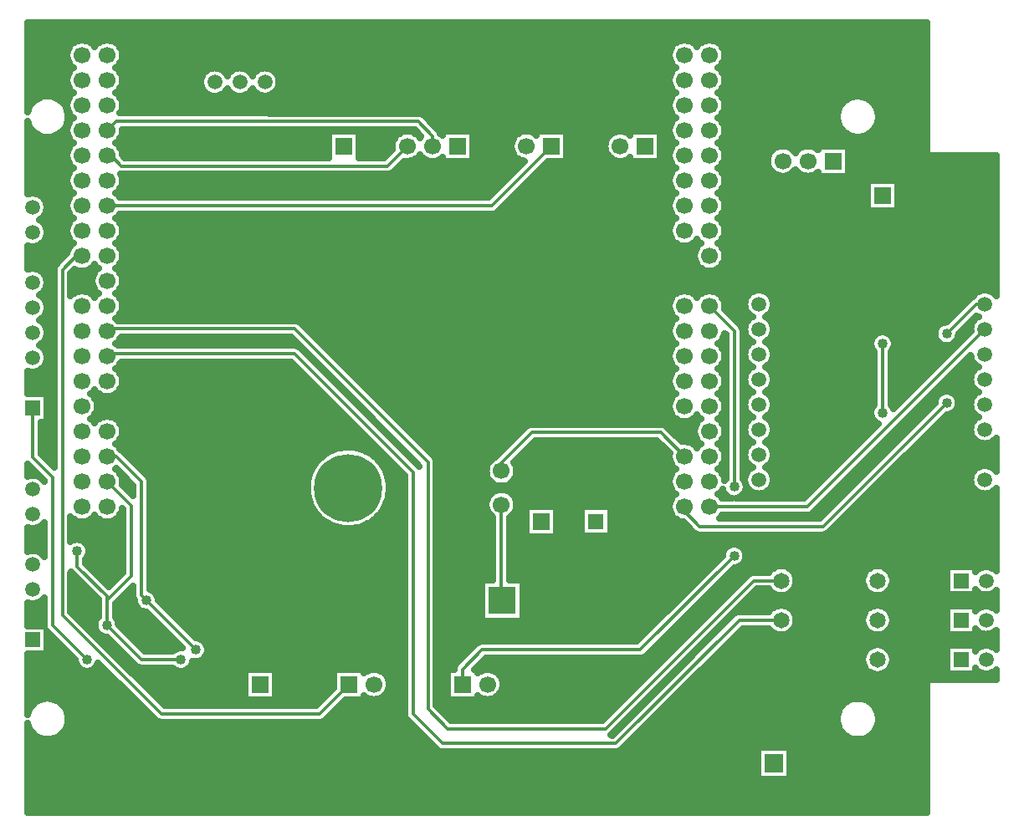
<source format=gbl>
G04 DipTrace 3.0.0.2*
G04 Bottom.gbl*
%MOIN*%
G04 #@! TF.FileFunction,Copper,L2,Bot*
G04 #@! TF.Part,Single*
G04 #@! TA.AperFunction,Conductor*
%ADD13C,0.012992*%
G04 #@! TA.AperFunction,CopperBalancing*
%ADD14C,0.025*%
G04 #@! TA.AperFunction,ComponentPad*
%ADD16C,0.066929*%
%ADD17R,0.072835X0.072835*%
%ADD18C,0.072835*%
%ADD19R,0.062992X0.062992*%
%ADD20C,0.062992*%
%ADD21C,0.059055*%
%ADD22R,0.059055X0.059055*%
%ADD24R,0.110236X0.110236*%
%ADD25C,0.110236*%
%ADD26R,0.066929X0.066929*%
%ADD27C,0.059055*%
%ADD30C,0.271654*%
%ADD31C,0.064961*%
G04 #@! TA.AperFunction,ViaPad*
%ADD32C,0.04*%
%FSLAX26Y26*%
G04*
G70*
G90*
G75*
G01*
G04 Bottom*
%LPD*%
X59055Y1653543D2*
D13*
Y1456693D1*
X137795Y1377953D1*
Y787402D1*
X275591Y649606D1*
X1926772Y1401575D2*
Y1434646D1*
X2047244Y1555118D1*
X2560630D1*
X2655906Y1459843D1*
X1926772Y1267717D2*
Y888189D1*
X1929134Y885827D1*
X3852756Y2066929D2*
X3818898D1*
X3700787Y1948819D1*
X2655906Y1259843D2*
Y1241732D1*
X2716535Y1181102D1*
X3208661D1*
X3700787Y1673228D1*
X511811Y885827D2*
X708661Y688976D1*
X355906Y1459843D2*
X390551D1*
X492126Y1358268D1*
Y905512D1*
X511811Y885827D1*
X354331Y787402D2*
X492126Y649606D1*
X649606D1*
X236220Y1082677D2*
Y1020997D1*
X354331Y902887D1*
Y894762D1*
Y787402D1*
Y894762D2*
X363266D1*
X452756Y984252D1*
Y1262992D1*
X355906Y1359843D1*
X1771654Y551181D2*
Y610236D1*
X1850394Y688976D1*
X2480315D1*
X2854331Y1062992D1*
Y1338583D2*
Y1961417D1*
X2755906Y2059843D1*
X3444882Y1909449D2*
Y1633858D1*
X355906Y2459843D2*
X1888976D1*
X2125984Y2696850D1*
X255906Y2259843D2*
X232283D1*
X177165Y2204724D1*
Y826772D1*
X570866Y433071D1*
X1200787D1*
X1318898Y551181D1*
X2755906Y1259843D2*
X3145669D1*
X3852756Y1966929D1*
X1651969Y2696850D2*
Y2737795D1*
X1594488Y2795276D1*
X391339D1*
X355906Y2759843D1*
Y2659843D2*
X371654D1*
X413386Y2618110D1*
X1473228D1*
X1551969Y2696850D1*
X3041339Y807087D2*
X2874016D1*
X2381890Y314961D1*
X1692913D1*
X1574803Y433071D1*
Y1397638D1*
X1102362Y1870079D1*
X366142D1*
X355906Y1859843D1*
X3041339Y964567D2*
X2933071D1*
X2342520Y374016D1*
X1712598D1*
X1633858Y452756D1*
Y1437008D1*
X1102362Y1968504D1*
X364567D1*
X355906Y1959843D1*
D32*
X3444882Y1909449D3*
Y1633858D3*
X2854331Y1062992D3*
Y1338583D3*
X649606Y649606D3*
X708661Y688976D3*
X3700787Y1948819D3*
Y1673228D3*
X354331Y787402D3*
X511811Y885827D3*
X275591Y649606D3*
X236220Y1082677D3*
X40984Y3164993D2*
D14*
X3620433D1*
X40984Y3140125D2*
X3620433D1*
X40984Y3115256D2*
X230491D1*
X281291D2*
X330491D1*
X381291D2*
X2630491D1*
X2681291D2*
X2730491D1*
X2781291D2*
X3620433D1*
X40984Y3090387D2*
X201829D1*
X410003D2*
X2601829D1*
X2810003D2*
X3620433D1*
X40984Y3065518D2*
X193723D1*
X418109D2*
X2593723D1*
X2818109D2*
X3620433D1*
X40984Y3040650D2*
X196605D1*
X415227D2*
X2596605D1*
X2815227D2*
X3620433D1*
X40984Y3015781D2*
X212766D1*
X399066D2*
X2612766D1*
X2799066D2*
X3620433D1*
X40984Y2990912D2*
X202122D1*
X409661D2*
X740745D1*
X827776D2*
X840745D1*
X927776D2*
X940745D1*
X1027776D2*
X2602122D1*
X2809661D2*
X3620433D1*
X40984Y2966043D2*
X193773D1*
X418059D2*
X727318D1*
X1041155D2*
X2593773D1*
X2818059D2*
X3620433D1*
X40984Y2941175D2*
X196409D1*
X415374D2*
X726927D1*
X1041546D2*
X2596409D1*
X2815374D2*
X3620433D1*
X40984Y2916306D2*
X212181D1*
X399651D2*
X739231D1*
X829290D2*
X839175D1*
X929290D2*
X939175D1*
X1029290D2*
X2612181D1*
X2799651D2*
X3620433D1*
X40984Y2891437D2*
X87375D1*
X148870D2*
X202463D1*
X409367D2*
X2602463D1*
X2809367D2*
X3315696D1*
X3377190D2*
X3620433D1*
X40984Y2866568D2*
X52513D1*
X183734D2*
X193816D1*
X417962D2*
X2593822D1*
X2817962D2*
X3280833D1*
X3412054D2*
X3620433D1*
X415570Y2841699D2*
X2596262D1*
X2815570D2*
X3266917D1*
X3425970D2*
X3620433D1*
X202142Y2816831D2*
X211643D1*
X1622063D2*
X2611643D1*
X2800189D2*
X3262474D1*
X3430462D2*
X3620433D1*
X1646917Y2791962D2*
X2602757D1*
X2809026D2*
X3265745D1*
X3427190D2*
X3620433D1*
X40984Y2767093D2*
X49631D1*
X1671819D2*
X2593870D1*
X2817913D2*
X3277951D1*
X3414934D2*
X3620433D1*
X40984Y2742224D2*
X78782D1*
X157415D2*
X196115D1*
X415715D2*
X1236741D1*
X1361663D2*
X1510276D1*
X1814446D2*
X1984299D1*
X2188421D2*
X2358323D1*
X2562444D2*
X2596115D1*
X2815715D2*
X3307151D1*
X3385783D2*
X3620433D1*
X40984Y2717356D2*
X211106D1*
X400726D2*
X1236741D1*
X1361663D2*
X1493138D1*
X1814446D2*
X1967161D1*
X2188421D2*
X2341135D1*
X2562444D2*
X2611106D1*
X2800726D2*
X3620433D1*
X40984Y2692487D2*
X203098D1*
X408685D2*
X1236741D1*
X1361663D2*
X1489671D1*
X1814446D2*
X1963694D1*
X2188421D2*
X2337718D1*
X2562444D2*
X2603098D1*
X2808685D2*
X3020970D1*
X3075091D2*
X3120970D1*
X3175091D2*
X3185580D1*
X3310491D2*
X3620433D1*
X40984Y2667618D2*
X193967D1*
X417864D2*
X1236741D1*
X1361663D2*
X1473606D1*
X1814446D2*
X1971115D1*
X2188421D2*
X2345139D1*
X2562444D2*
X2593967D1*
X2817864D2*
X2993528D1*
X3310491D2*
X3620433D1*
X40984Y2642749D2*
X195921D1*
X1580315D2*
X1623606D1*
X1680315D2*
X1689479D1*
X1814446D2*
X1997630D1*
X2188421D2*
X2371654D1*
X2428362D2*
X2437522D1*
X2562444D2*
X2595921D1*
X2815862D2*
X2985765D1*
X3310491D2*
X3896018D1*
X40984Y2617881D2*
X210570D1*
X1522112D2*
X1997874D1*
X2096135D2*
X2610570D1*
X2801214D2*
X2988987D1*
X3310491D2*
X3896018D1*
X40984Y2593012D2*
X203441D1*
X1497112D2*
X1973021D1*
X2071282D2*
X2603441D1*
X2808343D2*
X3005686D1*
X3090374D2*
X3105686D1*
X3310491D2*
X3896018D1*
X40984Y2568143D2*
X194017D1*
X417766D2*
X1948167D1*
X2046429D2*
X2594017D1*
X2817766D2*
X3896018D1*
X40984Y2543274D2*
X195774D1*
X416009D2*
X1923265D1*
X2021526D2*
X2595774D1*
X2816009D2*
X3382444D1*
X3507318D2*
X3896018D1*
X40984Y2518406D2*
X210081D1*
X401751D2*
X1898411D1*
X1996673D2*
X2610081D1*
X2801751D2*
X3382444D1*
X3507318D2*
X3896018D1*
X100774Y2493537D2*
X203831D1*
X408001D2*
X1873558D1*
X1971819D2*
X2603831D1*
X2808001D2*
X3382444D1*
X3507318D2*
X3896018D1*
X115471Y2468668D2*
X194114D1*
X1946917D2*
X2594114D1*
X2817718D2*
X3382444D1*
X3507318D2*
X3896018D1*
X116741Y2443799D2*
X195627D1*
X1922063D2*
X2595627D1*
X2816155D2*
X3382444D1*
X3507318D2*
X3896018D1*
X105609Y2418930D2*
X209593D1*
X402239D2*
X2609593D1*
X2802239D2*
X3896018D1*
X100238Y2394062D2*
X204173D1*
X407659D2*
X2604173D1*
X2807659D2*
X3896018D1*
X115325Y2369193D2*
X194163D1*
X417619D2*
X2594163D1*
X2817619D2*
X3896018D1*
X116790Y2344324D2*
X195482D1*
X416302D2*
X2595482D1*
X2816302D2*
X3896018D1*
X105999Y2319455D2*
X209105D1*
X402727D2*
X2609105D1*
X2802727D2*
X3896018D1*
X40984Y2294587D2*
X204563D1*
X407269D2*
X2704563D1*
X2807269D2*
X3896018D1*
X40984Y2269718D2*
X193039D1*
X417522D2*
X2694261D1*
X2817522D2*
X3896018D1*
X40984Y2244849D2*
X168138D1*
X416448D2*
X2695335D1*
X2816448D2*
X3896018D1*
X40984Y2219980D2*
X145433D1*
X403215D2*
X2708615D1*
X2803215D2*
X3896018D1*
X99114Y2195112D2*
X141673D1*
X216693D2*
X304906D1*
X406878D2*
X3896018D1*
X115031Y2170243D2*
X141673D1*
X212639D2*
X294358D1*
X417474D2*
X3896018D1*
X116986Y2145374D2*
X141673D1*
X212639D2*
X295238D1*
X416594D2*
X3896018D1*
X106780Y2120505D2*
X141673D1*
X212639D2*
X308177D1*
X403655D2*
X2933909D1*
X2971623D2*
X3833909D1*
X3871623D2*
X3896018D1*
X98528Y2095636D2*
X141673D1*
X406487D2*
X2605295D1*
X2806487D2*
X2902171D1*
X3003362D2*
X3800169D1*
X114837Y2070768D2*
X141673D1*
X417375D2*
X2594455D1*
X2817375D2*
X2894358D1*
X3011126D2*
X3773606D1*
X117034Y2045899D2*
X141673D1*
X416741D2*
X2595091D1*
X2818987D2*
X2898314D1*
X3007171D2*
X3748753D1*
X107171Y2021030D2*
X141673D1*
X404094D2*
X2607689D1*
X2843841D2*
X2918138D1*
X2987395D2*
X3723850D1*
X97894Y1996161D2*
X141673D1*
X1122795D2*
X2605686D1*
X2868743D2*
X2902463D1*
X3003021D2*
X3698997D1*
X114690Y1971293D2*
X141673D1*
X1148723D2*
X2594554D1*
X3011126D2*
X3657591D1*
X3772406D2*
X3794407D1*
X117131Y1946424D2*
X141673D1*
X1173577D2*
X2594993D1*
X2889787D2*
X2898136D1*
X3007366D2*
X3414182D1*
X3475579D2*
X3651878D1*
X3749699D2*
X3783127D1*
X107562Y1921555D2*
X141673D1*
X404534D2*
X1100169D1*
X1198430D2*
X2607249D1*
X2804534D2*
X2818853D1*
X2889787D2*
X2917406D1*
X2988127D2*
X3397483D1*
X3492278D2*
X3660618D1*
X3740959D2*
X3758226D1*
X97307Y1896686D2*
X141673D1*
X1223333D2*
X2606126D1*
X2805706D2*
X2818812D1*
X2889787D2*
X2902806D1*
X3002727D2*
X3397678D1*
X3492083D2*
X3733371D1*
X114495Y1871818D2*
X141673D1*
X1248186D2*
X2594651D1*
X3011077D2*
X3409398D1*
X3480364D2*
X3708518D1*
X117181Y1846949D2*
X141673D1*
X1273039D2*
X2594846D1*
X2889787D2*
X2897923D1*
X3007610D2*
X3409398D1*
X3480364D2*
X3683665D1*
X3781927D2*
X3797937D1*
X107903Y1822080D2*
X141673D1*
X404974D2*
X1101243D1*
X1297942D2*
X2606858D1*
X2804974D2*
X2818846D1*
X2889787D2*
X2916673D1*
X2988811D2*
X3409398D1*
X3480364D2*
X3658762D1*
X3757025D2*
X3816673D1*
X40984Y1797211D2*
X141673D1*
X405315D2*
X1126097D1*
X1322795D2*
X2606517D1*
X2805315D2*
X2818823D1*
X2889787D2*
X2903147D1*
X3002386D2*
X3409398D1*
X3480364D2*
X3633909D1*
X3732171D2*
X3803147D1*
X40984Y1772343D2*
X141673D1*
X417034D2*
X1150950D1*
X1347650D2*
X2594749D1*
X3011028D2*
X3409398D1*
X3480364D2*
X3609055D1*
X3707318D2*
X3794505D1*
X40984Y1747474D2*
X141673D1*
X417083D2*
X1175853D1*
X1372503D2*
X2594749D1*
X2889787D2*
X2897709D1*
X3007806D2*
X3409398D1*
X3480364D2*
X3584154D1*
X3682415D2*
X3797727D1*
X40984Y1722605D2*
X141673D1*
X405413D2*
X1200706D1*
X1397406D2*
X2606419D1*
X2805413D2*
X2818843D1*
X2889787D2*
X2915990D1*
X2989495D2*
X3409398D1*
X3480364D2*
X3559299D1*
X3657562D2*
X3815990D1*
X117571Y1697736D2*
X141673D1*
X304875D2*
X1225559D1*
X1422259D2*
X2606955D1*
X2804875D2*
X2818827D1*
X2889787D2*
X2903490D1*
X3002043D2*
X3409398D1*
X3480364D2*
X3534446D1*
X3632707D2*
X3658762D1*
X3742815D2*
X3803490D1*
X117571Y1672867D2*
X141673D1*
X316937D2*
X1250462D1*
X1447112D2*
X2594895D1*
X3010979D2*
X3409398D1*
X3480364D2*
X3509543D1*
X3607806D2*
X3651291D1*
X3749798D2*
X3794554D1*
X117571Y1647999D2*
X141673D1*
X317181D2*
X1275315D1*
X1472014D2*
X2594651D1*
X2889787D2*
X2897549D1*
X3008001D2*
X3398070D1*
X3582951D2*
X3626438D1*
X3742327D2*
X3797531D1*
X117571Y1623130D2*
X141673D1*
X305803D2*
X1300169D1*
X1496867D2*
X2605979D1*
X2805803D2*
X2818833D1*
X2889787D2*
X2915354D1*
X2990178D2*
X3397142D1*
X3558098D2*
X3601535D1*
X3699846D2*
X3815354D1*
X117571Y1598261D2*
X141673D1*
X404437D2*
X1325022D1*
X1521722D2*
X2707395D1*
X2804437D2*
X2818835D1*
X2889787D2*
X2903831D1*
X3001702D2*
X3412474D1*
X3533245D2*
X3576682D1*
X3674944D2*
X3803831D1*
X94525Y1573392D2*
X141673D1*
X416790D2*
X1349925D1*
X1546623D2*
X2016379D1*
X2591497D2*
X2694993D1*
X3010882D2*
X3410081D1*
X3508343D2*
X3551829D1*
X3650091D2*
X3794602D1*
X94525Y1548524D2*
X141673D1*
X417278D2*
X1374778D1*
X1571478D2*
X1991526D1*
X2616350D2*
X2694505D1*
X2889787D2*
X2897333D1*
X3008147D2*
X3385227D1*
X3483490D2*
X3526927D1*
X3625238D2*
X3797337D1*
X94525Y1523655D2*
X141673D1*
X406194D2*
X1399631D1*
X1596331D2*
X1966623D1*
X2641203D2*
X2705589D1*
X2806194D2*
X2818825D1*
X2889787D2*
X2914671D1*
X2990814D2*
X3360325D1*
X3458635D2*
X3502073D1*
X3600335D2*
X3814671D1*
X94525Y1498786D2*
X141673D1*
X403997D2*
X1424534D1*
X1621234D2*
X1941770D1*
X2040031D2*
X2567845D1*
X2803997D2*
X2818845D1*
X2889787D2*
X2904173D1*
X3001311D2*
X3335471D1*
X3433734D2*
X3477219D1*
X3575482D2*
X3896018D1*
X94525Y1473917D2*
X141673D1*
X425627D2*
X1230638D1*
X1402386D2*
X1449387D1*
X1646087D2*
X1916917D1*
X2015178D2*
X2592698D1*
X3010833D2*
X3310618D1*
X3408879D2*
X3452366D1*
X3550627D2*
X3896018D1*
X115814Y1449049D2*
X141673D1*
X450482D2*
X1198850D1*
X1434123D2*
X1474241D1*
X1667034D2*
X1887669D1*
X1990325D2*
X2594407D1*
X3008343D2*
X3285765D1*
X3384026D2*
X3427463D1*
X3525726D2*
X3896018D1*
X475335Y1424180D2*
X1178587D1*
X1454387D2*
X1499143D1*
X1669329D2*
X1868723D1*
X1984807D2*
X2605198D1*
X2806585D2*
X2818822D1*
X2889787D2*
X2914035D1*
X2991448D2*
X3260862D1*
X3359123D2*
X3402610D1*
X3500871D2*
X3896018D1*
X40984Y1399311D2*
X67307D1*
X500238D2*
X1165110D1*
X1467864D2*
X1523997D1*
X1669329D2*
X1864378D1*
X1989202D2*
X2608274D1*
X2803558D2*
X2818860D1*
X2889787D2*
X2904563D1*
X3000970D2*
X3236009D1*
X3334270D2*
X3377757D1*
X3476018D2*
X3804563D1*
X416546Y1374442D2*
X426772D1*
X523382D2*
X1156614D1*
X1476360D2*
X1539329D1*
X1669329D2*
X1870823D1*
X1982757D2*
X2595238D1*
X3010783D2*
X3211155D1*
X3309417D2*
X3352854D1*
X3451115D2*
X3794749D1*
X417474Y1349573D2*
X451682D1*
X527581D2*
X1152366D1*
X1480609D2*
X1539329D1*
X1669329D2*
X1894407D1*
X1959123D2*
X2594358D1*
X3008538D2*
X3186253D1*
X3284514D2*
X3328001D1*
X3426262D2*
X3796995D1*
X440178Y1324705D2*
X456663D1*
X527581D2*
X1151975D1*
X1480999D2*
X1539329D1*
X1669329D2*
X1905638D1*
X1947894D2*
X2604807D1*
X2901214D2*
X2913450D1*
X2992083D2*
X3161399D1*
X3259661D2*
X3303147D1*
X3401409D2*
X3813450D1*
X527581Y1299836D2*
X1155442D1*
X1477531D2*
X1539329D1*
X1669329D2*
X1873655D1*
X1979875D2*
X2608714D1*
X2803070D2*
X2826146D1*
X2882513D2*
X3136546D1*
X3234807D2*
X3278245D1*
X3376507D2*
X3896018D1*
X527581Y1274967D2*
X1163059D1*
X1469963D2*
X1539329D1*
X1669329D2*
X1864769D1*
X1988811D2*
X2595383D1*
X3209906D2*
X3253391D1*
X3351654D2*
X3896018D1*
X527581Y1250098D2*
X1175413D1*
X1457562D2*
X1539329D1*
X1669329D2*
X1866966D1*
X1986566D2*
X2024143D1*
X2149066D2*
X2242650D1*
X2363615D2*
X2594261D1*
X3185051D2*
X3228538D1*
X3326799D2*
X3896018D1*
X407366Y1225230D2*
X417256D1*
X527581D2*
X1194114D1*
X1438909D2*
X1539329D1*
X1669329D2*
X1881955D1*
X1971575D2*
X2024143D1*
X2149066D2*
X2242650D1*
X2363615D2*
X2604466D1*
X2807366D2*
X3203635D1*
X3301946D2*
X3896018D1*
X212639Y1200361D2*
X245871D1*
X265955D2*
X345871D1*
X365955D2*
X417259D1*
X527581D2*
X1222825D1*
X1410198D2*
X1539329D1*
X1669329D2*
X1891282D1*
X1962249D2*
X2024143D1*
X2149066D2*
X2242650D1*
X2363615D2*
X2645871D1*
X3277043D2*
X3896018D1*
X80119Y1175492D2*
X102318D1*
X212639D2*
X417259D1*
X527581D2*
X1282102D1*
X1350871D2*
X1539329D1*
X1669329D2*
X1891282D1*
X1962249D2*
X2024143D1*
X2149066D2*
X2242650D1*
X2363615D2*
X2673021D1*
X3252190D2*
X3896018D1*
X40984Y1150623D2*
X102318D1*
X212639D2*
X417259D1*
X527581D2*
X1539329D1*
X1669329D2*
X1891282D1*
X1962249D2*
X2024143D1*
X2149066D2*
X2242650D1*
X2363615D2*
X2701438D1*
X3223723D2*
X3896018D1*
X40984Y1125755D2*
X102318D1*
X256194D2*
X417259D1*
X527581D2*
X1539329D1*
X1669329D2*
X1891282D1*
X1962249D2*
X3896018D1*
X40984Y1100886D2*
X102318D1*
X281487D2*
X417259D1*
X527581D2*
X1539329D1*
X1669329D2*
X1891282D1*
X1962249D2*
X2824875D1*
X2883782D2*
X3896018D1*
X90959Y1076017D2*
X102318D1*
X284710D2*
X417259D1*
X527581D2*
X1539329D1*
X1669329D2*
X1891282D1*
X1962249D2*
X2807199D1*
X2901458D2*
X3896018D1*
X272894Y1051148D2*
X417259D1*
X527581D2*
X1539329D1*
X1669329D2*
X1891282D1*
X1962249D2*
X2793333D1*
X2901799D2*
X3896018D1*
X280071Y1026280D2*
X417259D1*
X527581D2*
X1539329D1*
X1669329D2*
X1891282D1*
X1962249D2*
X2768479D1*
X2885345D2*
X3896018D1*
X304925Y1001411D2*
X417259D1*
X527581D2*
X1539329D1*
X1669329D2*
X1891282D1*
X1962249D2*
X2743626D1*
X2841887D2*
X2992795D1*
X3089886D2*
X3376634D1*
X3473723D2*
X3699730D1*
X212639Y976542D2*
X231566D1*
X329827D2*
X395921D1*
X527581D2*
X1539329D1*
X1669329D2*
X1891282D1*
X1962249D2*
X2718723D1*
X2817034D2*
X2895921D1*
X3101605D2*
X3364963D1*
X3485442D2*
X3699730D1*
X212639Y951673D2*
X256419D1*
X354681D2*
X371020D1*
X527581D2*
X1539329D1*
X1669329D2*
X1845042D1*
X2013226D2*
X2693870D1*
X2792131D2*
X2871067D1*
X3101360D2*
X3365159D1*
X3485247D2*
X3699730D1*
X212639Y926804D2*
X281273D1*
X444427D2*
X456647D1*
X536273D2*
X1539329D1*
X1669329D2*
X1845042D1*
X2013226D2*
X2669017D1*
X2767278D2*
X2846165D1*
X2944427D2*
X2993528D1*
X3089154D2*
X3377415D1*
X3472991D2*
X3699730D1*
X212639Y901936D2*
X306126D1*
X419573D2*
X456858D1*
X557903D2*
X1539329D1*
X1669329D2*
X1845042D1*
X2013226D2*
X2644163D1*
X2742425D2*
X2821311D1*
X2919573D2*
X3896018D1*
X84123Y877067D2*
X102318D1*
X212639D2*
X318870D1*
X394719D2*
X463646D1*
X569719D2*
X1539329D1*
X1669329D2*
X1845042D1*
X2013226D2*
X2619261D1*
X2717522D2*
X2796458D1*
X2894719D2*
X3896018D1*
X40984Y852198D2*
X102318D1*
X212639D2*
X318870D1*
X389787D2*
X477219D1*
X594573D2*
X1539329D1*
X1669329D2*
X1845042D1*
X2013226D2*
X2594407D1*
X2692669D2*
X2771555D1*
X2869818D2*
X3000853D1*
X3081829D2*
X3384690D1*
X3465667D2*
X3699730D1*
X40984Y827329D2*
X102318D1*
X225726D2*
X318870D1*
X389787D2*
X521165D1*
X619427D2*
X1539329D1*
X1669329D2*
X1845042D1*
X2013226D2*
X2569554D1*
X2667815D2*
X2746702D1*
X3099211D2*
X3367307D1*
X3483098D2*
X3699730D1*
X40984Y802461D2*
X102318D1*
X250627D2*
X307835D1*
X400823D2*
X546067D1*
X644329D2*
X1539329D1*
X1669329D2*
X2544651D1*
X2642913D2*
X2721849D1*
X3102630D2*
X3363890D1*
X3486467D2*
X3699730D1*
X275482Y777592D2*
X306370D1*
X413274D2*
X570921D1*
X669182D2*
X1539329D1*
X1669329D2*
X2519798D1*
X2618059D2*
X2696946D1*
X3094915D2*
X3371654D1*
X3478753D2*
X3699730D1*
X300335Y752723D2*
X320871D1*
X438127D2*
X595774D1*
X694035D2*
X1539329D1*
X1669329D2*
X2494944D1*
X2593206D2*
X2672093D1*
X2868791D2*
X3015990D1*
X3066693D2*
X3399827D1*
X3450530D2*
X3699730D1*
X3816790D2*
X3842259D1*
X3874310D2*
X3896018D1*
X117571Y727854D2*
X148215D1*
X325238D2*
X364719D1*
X463030D2*
X620627D1*
X736663D2*
X1539329D1*
X1669329D2*
X2470042D1*
X2568303D2*
X2647239D1*
X2843938D2*
X3896018D1*
X117571Y702986D2*
X173070D1*
X350091D2*
X389622D1*
X487883D2*
X645530D1*
X755510D2*
X1539329D1*
X1669329D2*
X1815257D1*
X2543450D2*
X2622337D1*
X2819035D2*
X3397630D1*
X3452776D2*
X3699730D1*
X3816790D2*
X3838791D1*
X3877776D2*
X3896018D1*
X117571Y678117D2*
X197923D1*
X374944D2*
X414475D1*
X756390D2*
X1539329D1*
X1669329D2*
X1790403D1*
X2518597D2*
X2597483D1*
X2794182D2*
X3371067D1*
X3479339D2*
X3699730D1*
X40984Y653248D2*
X222825D1*
X399846D2*
X439329D1*
X740911D2*
X1539329D1*
X1669329D2*
X1765550D1*
X1863811D2*
X2572630D1*
X2769329D2*
X3363841D1*
X3486566D2*
X3699730D1*
X40984Y628379D2*
X231711D1*
X424699D2*
X464231D1*
X693450D2*
X1539329D1*
X1669329D2*
X1741623D1*
X1838909D2*
X2547727D1*
X2744427D2*
X3367698D1*
X3482707D2*
X3699730D1*
X40984Y603510D2*
X267014D1*
X284130D2*
X351291D1*
X449554D2*
X641038D1*
X658154D2*
X902122D1*
X1027043D2*
X1256419D1*
X1450677D2*
X1539329D1*
X1669329D2*
X1709202D1*
X1903411D2*
X2522874D1*
X2719573D2*
X3385911D1*
X3464495D2*
X3699730D1*
X40984Y578642D2*
X376146D1*
X474407D2*
X902122D1*
X1027043D2*
X1256419D1*
X1474699D2*
X1539329D1*
X1669329D2*
X1709202D1*
X1927434D2*
X2498021D1*
X2694719D2*
X3896018D1*
X40984Y553773D2*
X401047D1*
X499310D2*
X902122D1*
X1027043D2*
X1256419D1*
X1481291D2*
X1539329D1*
X1669329D2*
X1709202D1*
X1934075D2*
X2473167D1*
X2669818D2*
X3620433D1*
X40984Y528904D2*
X425902D1*
X524163D2*
X902122D1*
X1027043D2*
X1247483D1*
X1477043D2*
X1539329D1*
X1669329D2*
X1709202D1*
X1929827D2*
X2448265D1*
X2644963D2*
X3620433D1*
X40984Y504035D2*
X450755D1*
X549017D2*
X902122D1*
X1027043D2*
X1222630D1*
X1458441D2*
X1539329D1*
X1669329D2*
X1709202D1*
X1911175D2*
X2423411D1*
X2620110D2*
X3620433D1*
X40984Y479167D2*
X67454D1*
X168791D2*
X475657D1*
X573919D2*
X1197727D1*
X1296038D2*
X1539329D1*
X1669329D2*
X2398558D1*
X2595207D2*
X3295774D1*
X3397112D2*
X3620433D1*
X191106Y454298D2*
X500510D1*
X1271135D2*
X1539329D1*
X1681438D2*
X2373655D1*
X2570354D2*
X3273459D1*
X3419475D2*
X3620433D1*
X200530Y429429D2*
X525364D1*
X1246282D2*
X1539525D1*
X1706341D2*
X2348802D1*
X2545501D2*
X3264035D1*
X3428899D2*
X3620433D1*
X201654Y404560D2*
X551780D1*
X1219866D2*
X1554173D1*
X2520647D2*
X3262913D1*
X3430022D2*
X3620433D1*
X194866Y379692D2*
X1579026D1*
X2495745D2*
X3269699D1*
X3423186D2*
X3620433D1*
X40984Y354823D2*
X58909D1*
X177337D2*
X1603929D1*
X2470891D2*
X3287230D1*
X3405657D2*
X3620433D1*
X40984Y329954D2*
X1628782D1*
X2446038D2*
X3620433D1*
X40984Y305085D2*
X1653635D1*
X2421135D2*
X3620433D1*
X40984Y280217D2*
X2946409D1*
X3077239D2*
X3620433D1*
X40984Y255348D2*
X2946409D1*
X3077239D2*
X3620433D1*
X40984Y230479D2*
X2946409D1*
X3077239D2*
X3620433D1*
X40984Y205610D2*
X2946409D1*
X3077239D2*
X3620433D1*
X40984Y180741D2*
X2946409D1*
X3077239D2*
X3620433D1*
X40984Y155873D2*
X3620433D1*
X40984Y131004D2*
X3620433D1*
X40984Y106135D2*
X3620433D1*
X40984Y81266D2*
X3620433D1*
X40984Y56398D2*
X3620433D1*
X2788961Y1309810D2*
X2794844Y1305434D1*
X2801497Y1298781D1*
X2805934Y1292806D1*
X2846091Y1292831D1*
X2839963Y1294366D1*
X2833223Y1297157D1*
X2827004Y1300970D1*
X2821455Y1305707D1*
X2816718Y1311256D1*
X2812906Y1317475D1*
X2810114Y1324215D1*
X2808470Y1331016D1*
X2804412Y1324601D1*
X2798302Y1317446D1*
X2791147Y1311336D1*
X2788961Y1309875D1*
Y1409810D2*
X2794844Y1405434D1*
X2801497Y1398781D1*
X2807028Y1391169D1*
X2811298Y1382787D1*
X2814206Y1373839D1*
X2815682Y1364419D1*
X2821349Y1371343D1*
X2821343Y1947811D1*
X2815125Y1950463D1*
X2812928Y1941315D1*
X2809327Y1932623D1*
X2804412Y1924601D1*
X2798302Y1917446D1*
X2791147Y1911336D1*
X2788961Y1909875D1*
X2794844Y1905434D1*
X2801497Y1898781D1*
X2807028Y1891169D1*
X2811298Y1882787D1*
X2814206Y1873839D1*
X2815677Y1864547D1*
Y1855138D1*
X2814206Y1845846D1*
X2811298Y1836898D1*
X2807028Y1828516D1*
X2801497Y1820904D1*
X2794844Y1814251D1*
X2788961Y1809875D1*
X2794844Y1805434D1*
X2801497Y1798781D1*
X2807028Y1791169D1*
X2811298Y1782787D1*
X2814206Y1773839D1*
X2815677Y1764547D1*
Y1755138D1*
X2814206Y1745846D1*
X2811298Y1736898D1*
X2807028Y1728516D1*
X2801497Y1720904D1*
X2794844Y1714251D1*
X2788961Y1709875D1*
X2794844Y1705434D1*
X2801497Y1698781D1*
X2807028Y1691169D1*
X2811298Y1682787D1*
X2814206Y1673839D1*
X2815677Y1664547D1*
Y1655138D1*
X2814206Y1645846D1*
X2811298Y1636898D1*
X2807028Y1628516D1*
X2801497Y1620904D1*
X2794844Y1614251D1*
X2788961Y1609875D1*
X2794844Y1605434D1*
X2801497Y1598781D1*
X2807028Y1591169D1*
X2811298Y1582787D1*
X2814206Y1573839D1*
X2815677Y1564547D1*
Y1555138D1*
X2814206Y1545846D1*
X2811298Y1536898D1*
X2807028Y1528516D1*
X2801497Y1520904D1*
X2794844Y1514251D1*
X2788961Y1509875D1*
X2794844Y1505434D1*
X2801497Y1498781D1*
X2807028Y1491169D1*
X2811298Y1482787D1*
X2814206Y1473839D1*
X2815677Y1464547D1*
Y1455138D1*
X2814206Y1445846D1*
X2811298Y1436898D1*
X2807028Y1428516D1*
X2801497Y1420904D1*
X2794844Y1414251D1*
X2788961Y1409875D1*
X2815677Y2255138D2*
X2814206Y2245846D1*
X2811298Y2236898D1*
X2807028Y2228516D1*
X2801497Y2220904D1*
X2794844Y2214251D1*
X2787232Y2208720D1*
X2778850Y2204450D1*
X2769902Y2201542D1*
X2760610Y2200071D1*
X2751201D1*
X2741909Y2201542D1*
X2732961Y2204450D1*
X2724579Y2208720D1*
X2716967Y2214251D1*
X2710314Y2220904D1*
X2704783Y2228516D1*
X2700513Y2236898D1*
X2697605Y2245846D1*
X2696134Y2255138D1*
Y2264547D1*
X2697605Y2273839D1*
X2700513Y2282787D1*
X2704783Y2291169D1*
X2710314Y2298781D1*
X2716967Y2305434D1*
X2722850Y2309810D1*
X2716967Y2314251D1*
X2710314Y2320904D1*
X2705938Y2326787D1*
X2701497Y2320904D1*
X2694844Y2314251D1*
X2687232Y2308720D1*
X2678850Y2304450D1*
X2669902Y2301542D1*
X2660610Y2300071D1*
X2651201D1*
X2641909Y2301542D1*
X2632961Y2304450D1*
X2624579Y2308720D1*
X2616967Y2314251D1*
X2610314Y2320904D1*
X2604783Y2328516D1*
X2600513Y2336898D1*
X2597605Y2345846D1*
X2596134Y2355138D1*
Y2364547D1*
X2597605Y2373839D1*
X2600513Y2382787D1*
X2604783Y2391169D1*
X2610314Y2398781D1*
X2616967Y2405434D1*
X2622850Y2409810D1*
X2616967Y2414251D1*
X2610314Y2420904D1*
X2604783Y2428516D1*
X2600513Y2436898D1*
X2597605Y2445846D1*
X2596134Y2455138D1*
Y2464547D1*
X2597605Y2473839D1*
X2600513Y2482787D1*
X2604783Y2491169D1*
X2610314Y2498781D1*
X2616967Y2505434D1*
X2622850Y2509810D1*
X2616967Y2514251D1*
X2610314Y2520904D1*
X2604783Y2528516D1*
X2600513Y2536898D1*
X2597605Y2545846D1*
X2596134Y2555138D1*
Y2564547D1*
X2597605Y2573839D1*
X2600513Y2582787D1*
X2604783Y2591169D1*
X2610314Y2598781D1*
X2616967Y2605434D1*
X2622850Y2609810D1*
X2616967Y2614251D1*
X2610314Y2620904D1*
X2604783Y2628516D1*
X2600513Y2636898D1*
X2597605Y2645846D1*
X2596134Y2655138D1*
Y2664547D1*
X2597605Y2673839D1*
X2600513Y2682787D1*
X2604783Y2691169D1*
X2610314Y2698781D1*
X2616967Y2705434D1*
X2622850Y2709810D1*
X2616967Y2714251D1*
X2610314Y2720904D1*
X2604783Y2728516D1*
X2600513Y2736898D1*
X2597605Y2745846D1*
X2596134Y2755138D1*
Y2764547D1*
X2597605Y2773839D1*
X2600513Y2782787D1*
X2604783Y2791169D1*
X2610314Y2798781D1*
X2616967Y2805434D1*
X2622850Y2809810D1*
X2616967Y2814251D1*
X2610314Y2820904D1*
X2604783Y2828516D1*
X2600513Y2836898D1*
X2597605Y2845846D1*
X2596134Y2855138D1*
Y2864547D1*
X2597605Y2873839D1*
X2600513Y2882787D1*
X2604783Y2891169D1*
X2610314Y2898781D1*
X2616967Y2905434D1*
X2622850Y2909810D1*
X2616967Y2914251D1*
X2610314Y2920904D1*
X2604783Y2928516D1*
X2600513Y2936898D1*
X2597605Y2945846D1*
X2596134Y2955138D1*
Y2964547D1*
X2597605Y2973839D1*
X2600513Y2982787D1*
X2604783Y2991169D1*
X2610314Y2998781D1*
X2616967Y3005434D1*
X2622850Y3009810D1*
X2616967Y3014251D1*
X2610314Y3020904D1*
X2604783Y3028516D1*
X2600513Y3036898D1*
X2597605Y3045846D1*
X2596134Y3055138D1*
Y3064547D1*
X2597605Y3073839D1*
X2600513Y3082787D1*
X2604783Y3091169D1*
X2610314Y3098781D1*
X2616967Y3105434D1*
X2624579Y3110965D1*
X2632961Y3115235D1*
X2641909Y3118143D1*
X2651201Y3119614D1*
X2660610D1*
X2669902Y3118143D1*
X2678850Y3115235D1*
X2687232Y3110965D1*
X2694844Y3105434D1*
X2701497Y3098781D1*
X2705873Y3092898D1*
X2710314Y3098781D1*
X2716967Y3105434D1*
X2724579Y3110965D1*
X2732961Y3115235D1*
X2741909Y3118143D1*
X2751201Y3119614D1*
X2760610D1*
X2769902Y3118143D1*
X2778850Y3115235D1*
X2787232Y3110965D1*
X2794844Y3105434D1*
X2801497Y3098781D1*
X2807028Y3091169D1*
X2811298Y3082787D1*
X2814206Y3073839D1*
X2815677Y3064547D1*
Y3055138D1*
X2814206Y3045846D1*
X2811298Y3036898D1*
X2807028Y3028516D1*
X2801497Y3020904D1*
X2794844Y3014251D1*
X2788961Y3009875D1*
X2794844Y3005434D1*
X2801497Y2998781D1*
X2807028Y2991169D1*
X2811298Y2982787D1*
X2814206Y2973839D1*
X2815677Y2964547D1*
Y2955138D1*
X2814206Y2945846D1*
X2811298Y2936898D1*
X2807028Y2928516D1*
X2801497Y2920904D1*
X2794844Y2914251D1*
X2788961Y2909875D1*
X2794844Y2905434D1*
X2801497Y2898781D1*
X2807028Y2891169D1*
X2811298Y2882787D1*
X2814206Y2873839D1*
X2815677Y2864547D1*
Y2855138D1*
X2814206Y2845846D1*
X2811298Y2836898D1*
X2807028Y2828516D1*
X2801497Y2820904D1*
X2794844Y2814251D1*
X2788961Y2809875D1*
X2794844Y2805434D1*
X2801497Y2798781D1*
X2807028Y2791169D1*
X2811298Y2782787D1*
X2814206Y2773839D1*
X2815677Y2764547D1*
Y2755138D1*
X2814206Y2745846D1*
X2811298Y2736898D1*
X2807028Y2728516D1*
X2801497Y2720904D1*
X2794844Y2714251D1*
X2788961Y2709875D1*
X2794844Y2705434D1*
X2801497Y2698781D1*
X2807028Y2691169D1*
X2811298Y2682787D1*
X2814206Y2673839D1*
X2815677Y2664547D1*
Y2655138D1*
X2814206Y2645846D1*
X2811298Y2636898D1*
X2807028Y2628516D1*
X2801497Y2620904D1*
X2794844Y2614251D1*
X2788961Y2609875D1*
X2794844Y2605434D1*
X2801497Y2598781D1*
X2807028Y2591169D1*
X2811298Y2582787D1*
X2814206Y2573839D1*
X2815677Y2564547D1*
Y2555138D1*
X2814206Y2545846D1*
X2811298Y2536898D1*
X2807028Y2528516D1*
X2801497Y2520904D1*
X2794844Y2514251D1*
X2788961Y2509875D1*
X2794844Y2505434D1*
X2801497Y2498781D1*
X2807028Y2491169D1*
X2811298Y2482787D1*
X2814206Y2473839D1*
X2815677Y2464547D1*
Y2455138D1*
X2814206Y2445846D1*
X2811298Y2436898D1*
X2807028Y2428516D1*
X2801497Y2420904D1*
X2794844Y2414251D1*
X2788961Y2409875D1*
X2794844Y2405434D1*
X2801497Y2398781D1*
X2807028Y2391169D1*
X2811298Y2382787D1*
X2814206Y2373839D1*
X2815677Y2364547D1*
Y2355138D1*
X2814206Y2345846D1*
X2811298Y2336898D1*
X2807028Y2328516D1*
X2801497Y2320904D1*
X2794844Y2314251D1*
X2788961Y2309875D1*
X2794844Y2305434D1*
X2801497Y2298781D1*
X2807028Y2291169D1*
X2811298Y2282787D1*
X2814206Y2273839D1*
X2815677Y2264547D1*
Y2255138D1*
X415497Y1253622D2*
X414206Y1245846D1*
X411298Y1236898D1*
X407028Y1228516D1*
X401497Y1220904D1*
X394844Y1214251D1*
X387232Y1208720D1*
X378850Y1204450D1*
X369902Y1201542D1*
X360610Y1200071D1*
X351201D1*
X341909Y1201542D1*
X332961Y1204450D1*
X324579Y1208720D1*
X316967Y1214251D1*
X310314Y1220904D1*
X305938Y1226787D1*
X301497Y1220904D1*
X294844Y1214251D1*
X287232Y1208720D1*
X278850Y1204450D1*
X269902Y1201542D1*
X260610Y1200071D1*
X251201D1*
X241909Y1201542D1*
X232961Y1204450D1*
X224579Y1208720D1*
X216967Y1214251D1*
X210143Y1221121D1*
X210154Y1121180D1*
X218429Y1125630D1*
X225367Y1127885D1*
X232572Y1129026D1*
X239869D1*
X247073Y1127885D1*
X254012Y1125630D1*
X260513Y1122318D1*
X266415Y1118030D1*
X271573Y1112871D1*
X275861Y1106970D1*
X279173Y1100469D1*
X281428Y1093530D1*
X282570Y1086325D1*
Y1079029D1*
X281428Y1071824D1*
X279173Y1064886D1*
X275861Y1058385D1*
X271573Y1052483D1*
X269202Y1049917D1*
X269209Y1034678D1*
X362885Y940986D1*
X419801Y997949D1*
X419768Y1249340D1*
X415677Y1355138D2*
X414589Y1347776D1*
X459161Y1303239D1*
X459138Y1344623D1*
X391840Y1411902D1*
X388961Y1409875D1*
X394844Y1405434D1*
X401497Y1398781D1*
X407028Y1391169D1*
X411298Y1382787D1*
X414206Y1373839D1*
X415677Y1364547D1*
Y1355138D1*
X388961Y1909810D2*
X394844Y1905434D1*
X397424Y1903050D1*
X1104950Y1902966D1*
X1112556Y1901453D1*
X1119598Y1898206D1*
X1125689Y1893406D1*
X1125915Y1893160D1*
X1600133Y1418752D1*
X1592854Y1431360D1*
X1088661Y1935552D1*
X410711Y1935516D1*
X407028Y1928516D1*
X401497Y1920904D1*
X394844Y1914251D1*
X388961Y1909875D1*
X305938Y2092898D2*
X310314Y2098781D1*
X316967Y2105434D1*
X322850Y2109810D1*
X316967Y2114251D1*
X310314Y2120904D1*
X304783Y2128516D1*
X300513Y2136898D1*
X297605Y2145846D1*
X296134Y2155138D1*
Y2164547D1*
X297605Y2173839D1*
X300513Y2182787D1*
X304783Y2191169D1*
X310314Y2198781D1*
X316967Y2205434D1*
X322850Y2209810D1*
X316967Y2214251D1*
X310314Y2220904D1*
X305938Y2226787D1*
X301497Y2220904D1*
X294844Y2214251D1*
X287232Y2208720D1*
X278850Y2204450D1*
X269902Y2201542D1*
X260610Y2200071D1*
X251201D1*
X241909Y2201542D1*
X232961Y2204450D1*
X226648Y2207562D1*
X210138Y2191045D1*
X210314Y2098781D1*
X216967Y2105434D1*
X224579Y2110965D1*
X232961Y2115235D1*
X241909Y2118143D1*
X251201Y2119614D1*
X260610D1*
X269902Y2118143D1*
X278850Y2115235D1*
X287232Y2110965D1*
X294844Y2105434D1*
X301497Y2098781D1*
X305873Y2092898D1*
X388961Y2709810D2*
X394844Y2705434D1*
X401497Y2698781D1*
X407028Y2691169D1*
X411298Y2682787D1*
X414206Y2673839D1*
X415677Y2664547D1*
X415764Y2662360D1*
X427055Y2651093D1*
X1239217Y2651098D1*
X1239256Y2756807D1*
X1359169D1*
Y2651094D1*
X1459626Y2651098D1*
X1493234Y2684768D1*
X1492197Y2692146D1*
Y2701555D1*
X1493668Y2710846D1*
X1496576Y2719795D1*
X1500846Y2728177D1*
X1506377Y2735789D1*
X1513030Y2742442D1*
X1520642Y2747972D1*
X1529024Y2752243D1*
X1537972Y2755151D1*
X1547264Y2756622D1*
X1556673D1*
X1565965Y2755151D1*
X1574913Y2752243D1*
X1583295Y2747972D1*
X1590907Y2742442D1*
X1597560Y2735789D1*
X1601936Y2729906D1*
X1606839Y2736289D1*
X1580823Y2762289D1*
X415825Y2762287D1*
X415677Y2755138D1*
X414206Y2745846D1*
X411298Y2736898D1*
X407028Y2728516D1*
X401497Y2720904D1*
X394844Y2714251D1*
X388961Y2709875D1*
X2961402Y299130D2*
X3074720D1*
Y173311D1*
X2948902D1*
Y299130D1*
X2961402D1*
X2257661Y1258776D2*
X2361138D1*
Y1142799D1*
X2245161D1*
Y1258776D1*
X2257661D1*
X1860024Y967437D2*
X1893764D1*
X1893783Y1217633D1*
X1887833Y1222125D1*
X1881180Y1228778D1*
X1875650Y1236390D1*
X1871379Y1244772D1*
X1868471Y1253720D1*
X1867000Y1263012D1*
Y1272421D1*
X1868471Y1281713D1*
X1871379Y1290661D1*
X1875650Y1299043D1*
X1881180Y1306655D1*
X1887833Y1313308D1*
X1895445Y1318839D1*
X1903827Y1323109D1*
X1912776Y1326017D1*
X1922067Y1327488D1*
X1931476D1*
X1940768Y1326017D1*
X1949717Y1323109D1*
X1958098Y1318839D1*
X1965710Y1313308D1*
X1972364Y1306655D1*
X1977894Y1299043D1*
X1982164Y1290661D1*
X1985072Y1281713D1*
X1986543Y1272421D1*
Y1263012D1*
X1985072Y1253720D1*
X1982164Y1244772D1*
X1977894Y1236390D1*
X1972364Y1228778D1*
X1965710Y1222125D1*
X1959735Y1217688D1*
X1959760Y967472D1*
X2010744Y967437D1*
Y804217D1*
X1847524D1*
Y967437D1*
X1860024D1*
X1724197Y611138D2*
X1738699D1*
X1739576Y617937D1*
X1742261Y625213D1*
X1746570Y631660D1*
X1827067Y712303D1*
X1833157Y717104D1*
X1840199Y720350D1*
X1847806Y721864D1*
X1962894Y721965D1*
X2466654D1*
X2807815Y1063129D1*
X2808411Y1070265D1*
X2810114Y1077360D1*
X2812906Y1084100D1*
X2816718Y1090319D1*
X2821455Y1095867D1*
X2827004Y1100605D1*
X2833223Y1104417D1*
X2839963Y1107209D1*
X2847058Y1108912D1*
X2854331Y1109484D1*
X2861604Y1108912D1*
X2868698Y1107209D1*
X2875438Y1104417D1*
X2881657Y1100605D1*
X2887206Y1095867D1*
X2891944Y1090319D1*
X2895756Y1084100D1*
X2898547Y1077360D1*
X2900251Y1070265D1*
X2900823Y1062992D1*
X2900251Y1055719D1*
X2898547Y1048625D1*
X2895756Y1041885D1*
X2891944Y1035665D1*
X2887206Y1030117D1*
X2881657Y1025379D1*
X2875438Y1021567D1*
X2868698Y1018776D1*
X2861604Y1017072D1*
X2854487Y1016507D1*
X2501739Y663892D1*
X2495291Y659584D1*
X2488016Y656899D1*
X2480315Y655988D1*
X2479982Y656001D1*
X1864055Y655988D1*
X1819202Y611133D1*
X1831610Y611138D1*
Y595757D1*
X1836412Y599688D1*
X1844434Y604602D1*
X1853126Y608203D1*
X1862274Y610400D1*
X1871654Y611138D1*
X1881033Y610400D1*
X1890181Y608203D1*
X1898873Y604602D1*
X1906895Y599688D1*
X1914050Y593577D1*
X1920160Y586423D1*
X1925075Y578400D1*
X1928676Y569709D1*
X1930873Y560560D1*
X1931610Y551181D1*
X1930873Y541802D1*
X1928676Y532654D1*
X1925075Y523962D1*
X1920160Y515940D1*
X1914050Y508785D1*
X1906895Y502675D1*
X1898873Y497760D1*
X1890181Y494159D1*
X1881033Y491962D1*
X1871654Y491224D1*
X1862274Y491962D1*
X1853126Y494159D1*
X1844434Y497760D1*
X1836412Y502675D1*
X1831621Y506601D1*
X1831610Y491224D1*
X1711697D1*
Y611138D1*
X1724197D1*
X2452543Y2756807D2*
X2559957D1*
Y2636894D1*
X2440043D1*
Y2652274D1*
X2435241Y2648344D1*
X2427219Y2643429D1*
X2418528Y2639828D1*
X2409379Y2637631D1*
X2400000Y2636894D1*
X2390621Y2637631D1*
X2381472Y2639828D1*
X2372781Y2643429D1*
X2364759Y2648344D1*
X2357604Y2654454D1*
X2351493Y2661609D1*
X2346579Y2669631D1*
X2342978Y2678323D1*
X2340781Y2687471D1*
X2340043Y2696850D1*
X2340781Y2706230D1*
X2342978Y2715378D1*
X2346579Y2724070D1*
X2351493Y2732092D1*
X2357604Y2739247D1*
X2364759Y2745357D1*
X2372781Y2750272D1*
X2381472Y2753873D1*
X2390621Y2756070D1*
X2400000Y2756807D1*
X2409379Y2756070D1*
X2418528Y2753873D1*
X2427219Y2750272D1*
X2435241Y2745357D1*
X2440033Y2741430D1*
X2440043Y2756807D1*
X2452543D1*
X38436Y784366D2*
X104963D1*
X104807Y824902D1*
Y896045D1*
X98667Y888735D1*
X91983Y883025D1*
X84487Y878433D1*
X76366Y875068D1*
X67819Y873017D1*
X59055Y872327D1*
X50291Y873017D1*
X41744Y875068D1*
X38471Y876276D1*
X38484Y784345D1*
X38471Y1080417D2*
X45978Y1082819D1*
X54660Y1084193D1*
X63450D1*
X72133Y1082819D1*
X80493Y1080102D1*
X88325Y1076112D1*
X95437Y1070944D1*
X101652Y1064728D1*
X104824Y1060602D1*
X104807Y1196045D1*
X98667Y1188735D1*
X91983Y1183025D1*
X84487Y1178433D1*
X76366Y1175068D1*
X67819Y1173017D1*
X59055Y1172327D1*
X50291Y1173017D1*
X41744Y1175068D1*
X38471Y1176276D1*
X38484Y1080438D1*
X38471Y1380417D2*
X45978Y1382819D1*
X54660Y1384193D1*
X63450D1*
X72133Y1382819D1*
X80493Y1380102D1*
X88325Y1376112D1*
X95437Y1370944D1*
X101652Y1364728D1*
X104824Y1360602D1*
X104807Y1364306D1*
X38458Y1430638D1*
X38484Y1380438D1*
X1040098Y2948361D2*
X1038724Y2939678D1*
X1036008Y2931318D1*
X1032017Y2923486D1*
X1026849Y2916374D1*
X1020634Y2910159D1*
X1013522Y2904991D1*
X1005690Y2901000D1*
X997329Y2898283D1*
X988647Y2896909D1*
X979857D1*
X971175Y2898283D1*
X962814Y2901000D1*
X954982Y2904991D1*
X947870Y2910159D1*
X941655Y2916374D1*
X936487Y2923486D1*
X934165Y2927324D1*
X929573Y2919828D1*
X923864Y2913144D1*
X917180Y2907434D1*
X909684Y2902843D1*
X901563Y2899478D1*
X893016Y2897427D1*
X884252Y2896736D1*
X875488Y2897427D1*
X866941Y2899478D1*
X858820Y2902843D1*
X851324Y2907434D1*
X844640Y2913144D1*
X838930Y2919828D1*
X834259Y2927495D1*
X829573Y2919828D1*
X823864Y2913144D1*
X817180Y2907434D1*
X809684Y2902843D1*
X801563Y2899478D1*
X793016Y2897427D1*
X784252Y2896736D1*
X775488Y2897427D1*
X766941Y2899478D1*
X758820Y2902843D1*
X751324Y2907434D1*
X744640Y2913144D1*
X738930Y2919828D1*
X734339Y2927324D1*
X730974Y2935445D1*
X728923Y2943992D1*
X728232Y2952756D1*
X728923Y2961520D1*
X730974Y2970067D1*
X734339Y2978188D1*
X738930Y2985684D1*
X744640Y2992367D1*
X751324Y2998077D1*
X758820Y3002669D1*
X766941Y3006034D1*
X775488Y3008085D1*
X784252Y3008776D1*
X793016Y3008085D1*
X801563Y3006034D1*
X809684Y3002669D1*
X817180Y2998077D1*
X823864Y2992367D1*
X829573Y2985684D1*
X834245Y2978017D1*
X838930Y2985684D1*
X844640Y2992367D1*
X851324Y2998077D1*
X858820Y3002669D1*
X866941Y3006034D1*
X875488Y3008085D1*
X884252Y3008776D1*
X893016Y3008085D1*
X901563Y3006034D1*
X909684Y3002669D1*
X917180Y2998077D1*
X923864Y2992367D1*
X929573Y2985684D1*
X934245Y2978017D1*
X938930Y2985684D1*
X944640Y2992367D1*
X951324Y2998077D1*
X958820Y3002669D1*
X966941Y3006034D1*
X975488Y3008085D1*
X984252Y3008776D1*
X993016Y3008085D1*
X1001563Y3006034D1*
X1009684Y3002669D1*
X1017180Y2998077D1*
X1023864Y2992367D1*
X1029573Y2985684D1*
X1034165Y2978188D1*
X1037530Y2970067D1*
X1039581Y2961520D1*
X1040272Y2952756D1*
X1040098Y2948361D1*
X917110Y611138D2*
X1024524D1*
Y491224D1*
X904610D1*
Y611138D1*
X917110D1*
X2039157Y1260744D2*
X2146571D1*
Y1140831D1*
X2026657D1*
Y1260744D1*
X2039157D1*
X1478333Y1322157D2*
X1476894Y1309744D1*
X1474503Y1297479D1*
X1471175Y1285433D1*
X1466930Y1273678D1*
X1461794Y1262286D1*
X1455797Y1251323D1*
X1448974Y1240853D1*
X1441365Y1230938D1*
X1433017Y1221639D1*
X1423978Y1213010D1*
X1414301Y1205102D1*
X1404045Y1197961D1*
X1393270Y1191631D1*
X1382039Y1186148D1*
X1370421Y1181546D1*
X1358483Y1177852D1*
X1346297Y1175085D1*
X1333932Y1173266D1*
X1321465Y1172403D1*
X1308969Y1172501D1*
X1296517Y1173562D1*
X1284184Y1175576D1*
X1272042Y1178533D1*
X1260163Y1182416D1*
X1248618Y1187201D1*
X1237476Y1192860D1*
X1226802Y1199360D1*
X1216660Y1206660D1*
X1207110Y1214720D1*
X1198207Y1223491D1*
X1190007Y1232921D1*
X1182556Y1242954D1*
X1175899Y1253530D1*
X1170075Y1264587D1*
X1165119Y1276059D1*
X1161060Y1287878D1*
X1157923Y1299975D1*
X1155726Y1312277D1*
X1154482Y1324713D1*
X1154197Y1337206D1*
X1154875Y1349684D1*
X1156512Y1362073D1*
X1159096Y1374301D1*
X1162613Y1386293D1*
X1167042Y1397978D1*
X1172357Y1409287D1*
X1178528Y1420156D1*
X1185514Y1430517D1*
X1193278Y1440310D1*
X1201773Y1449475D1*
X1210946Y1457962D1*
X1220747Y1465717D1*
X1231114Y1472694D1*
X1241987Y1478853D1*
X1253302Y1484159D1*
X1264992Y1488576D1*
X1276987Y1492083D1*
X1289217Y1494656D1*
X1301608Y1496281D1*
X1314087Y1496946D1*
X1326580Y1496651D1*
X1339013Y1495395D1*
X1351314Y1493186D1*
X1363407Y1490038D1*
X1375223Y1485969D1*
X1386690Y1481001D1*
X1397743Y1475168D1*
X1408312Y1468501D1*
X1418339Y1461041D1*
X1427760Y1452831D1*
X1436522Y1443921D1*
X1444573Y1434364D1*
X1451866Y1424214D1*
X1458356Y1413534D1*
X1464004Y1402387D1*
X1468778Y1390837D1*
X1472650Y1378955D1*
X1475596Y1366811D1*
X1477600Y1354475D1*
X1478815Y1334646D1*
X1478333Y1322157D1*
X3397425Y2559957D2*
X3504839D1*
Y2440043D1*
X3384925D1*
Y2559957D1*
X3397425D1*
X3200575Y2697752D2*
X3307988D1*
Y2577839D1*
X3188075D1*
Y2593219D1*
X3183273Y2589289D1*
X3175251Y2584374D1*
X3166559Y2580773D1*
X3157411Y2578576D1*
X3148031Y2577839D1*
X3138652Y2578576D1*
X3129504Y2580773D1*
X3120812Y2584374D1*
X3112790Y2589289D1*
X3105635Y2595399D1*
X3099525Y2602554D1*
X3098064Y2604740D1*
X3093623Y2598857D1*
X3086970Y2592203D1*
X3079358Y2586673D1*
X3070976Y2582403D1*
X3062028Y2579495D1*
X3052736Y2578024D1*
X3043327D1*
X3034035Y2579495D1*
X3025087Y2582403D1*
X3016705Y2586673D1*
X3009093Y2592203D1*
X3002440Y2598857D1*
X2996909Y2606469D1*
X2992639Y2614850D1*
X2989731Y2623799D1*
X2988260Y2633091D1*
Y2642500D1*
X2989731Y2651791D1*
X2992639Y2660740D1*
X2996909Y2669122D1*
X3002440Y2676734D1*
X3009093Y2683387D1*
X3016705Y2688917D1*
X3025087Y2693188D1*
X3034035Y2696096D1*
X3043327Y2697567D1*
X3052736D1*
X3062028Y2696096D1*
X3070976Y2693188D1*
X3079358Y2688917D1*
X3086970Y2683387D1*
X3093623Y2676734D1*
X3097999Y2670850D1*
X3102440Y2676734D1*
X3109093Y2683387D1*
X3116705Y2688917D1*
X3125087Y2693188D1*
X3134035Y2696096D1*
X3143327Y2697567D1*
X3152736D1*
X3162028Y2696096D1*
X3170976Y2693188D1*
X3179358Y2688917D1*
X3186970Y2683387D1*
X3188064Y2682375D1*
X3188075Y2697752D1*
X3200575D1*
X3483987Y644979D2*
X3482539Y635840D1*
X3479680Y627038D1*
X3475479Y618793D1*
X3470039Y611307D1*
X3463496Y604764D1*
X3456010Y599324D1*
X3447765Y595123D1*
X3438963Y592264D1*
X3429824Y590816D1*
X3420570D1*
X3411430Y592264D1*
X3402629Y595123D1*
X3394383Y599324D1*
X3386898Y604764D1*
X3380354Y611307D1*
X3374915Y618793D1*
X3370714Y627038D1*
X3367854Y635840D1*
X3366407Y644979D1*
Y654234D1*
X3367854Y663373D1*
X3370714Y672175D1*
X3374915Y680420D1*
X3380354Y687906D1*
X3386898Y694449D1*
X3394383Y699888D1*
X3402629Y704089D1*
X3411430Y706949D1*
X3420570Y708396D1*
X3429824D1*
X3438963Y706949D1*
X3447765Y704089D1*
X3456010Y699888D1*
X3463496Y694449D1*
X3470039Y687906D1*
X3475479Y680420D1*
X3479680Y672175D1*
X3482539Y663373D1*
X3483987Y654234D1*
Y644979D1*
Y802459D2*
X3482539Y793320D1*
X3479680Y784518D1*
X3475479Y776273D1*
X3470039Y768787D1*
X3463496Y762244D1*
X3456010Y756804D1*
X3447765Y752604D1*
X3438963Y749744D1*
X3429824Y748297D1*
X3420570D1*
X3411430Y749744D1*
X3402629Y752604D1*
X3394383Y756804D1*
X3386898Y762244D1*
X3380354Y768787D1*
X3374915Y776273D1*
X3370714Y784518D1*
X3367854Y793320D1*
X3366407Y802459D1*
Y811714D1*
X3367854Y820853D1*
X3370714Y829655D1*
X3374915Y837900D1*
X3380354Y845386D1*
X3386898Y851929D1*
X3394383Y857369D1*
X3402629Y861570D1*
X3411430Y864429D1*
X3420570Y865877D1*
X3429824D1*
X3438963Y864429D1*
X3447765Y861570D1*
X3456010Y857369D1*
X3463496Y851929D1*
X3470039Y845386D1*
X3475479Y837900D1*
X3479680Y829655D1*
X3482539Y820853D1*
X3483987Y811714D1*
Y802459D1*
Y959940D2*
X3482539Y950801D1*
X3479680Y941999D1*
X3475479Y933753D1*
X3470039Y926268D1*
X3463496Y919724D1*
X3456010Y914285D1*
X3447765Y910084D1*
X3438963Y907224D1*
X3429824Y905777D1*
X3420570D1*
X3411430Y907224D1*
X3402629Y910084D1*
X3394383Y914285D1*
X3386898Y919724D1*
X3380354Y926268D1*
X3374915Y933753D1*
X3370714Y941999D1*
X3367854Y950801D1*
X3366407Y959940D1*
Y969194D1*
X3367854Y978333D1*
X3370714Y987135D1*
X3374915Y995381D1*
X3380354Y1002866D1*
X3386898Y1009409D1*
X3394383Y1014849D1*
X3402629Y1019050D1*
X3411430Y1021909D1*
X3420570Y1023357D1*
X3429824D1*
X3438963Y1021909D1*
X3447765Y1019050D1*
X3456010Y1014849D1*
X3463496Y1009409D1*
X3470039Y1002866D1*
X3475479Y995381D1*
X3479680Y987135D1*
X3482539Y978333D1*
X3483987Y969194D1*
Y959940D1*
X3427734Y2808564D2*
X3425732Y2795928D1*
X3421780Y2783761D1*
X3415971Y2772362D1*
X3408451Y2762012D1*
X3399406Y2752966D1*
X3389055Y2745446D1*
X3377656Y2739638D1*
X3365490Y2735685D1*
X3352853Y2733684D1*
X3340060D1*
X3327424Y2735685D1*
X3315257Y2739638D1*
X3303858Y2745446D1*
X3293508Y2752966D1*
X3284462Y2762012D1*
X3276942Y2772362D1*
X3271134Y2783761D1*
X3267181Y2795928D1*
X3265180Y2808564D1*
Y2821357D1*
X3267181Y2833993D1*
X3271134Y2846160D1*
X3276942Y2857559D1*
X3284462Y2867909D1*
X3293508Y2876955D1*
X3303858Y2884475D1*
X3315257Y2890283D1*
X3327424Y2894236D1*
X3340060Y2896238D1*
X3352853D1*
X3365490Y2894236D1*
X3377656Y2890283D1*
X3389055Y2884475D1*
X3399406Y2876955D1*
X3408451Y2867909D1*
X3415971Y2857559D1*
X3421780Y2846160D1*
X3425732Y2833993D1*
X3427734Y2821357D1*
Y2808564D1*
Y406990D2*
X3425732Y394353D1*
X3421780Y382186D1*
X3415971Y370787D1*
X3408451Y360437D1*
X3399406Y351391D1*
X3389055Y343871D1*
X3377656Y338063D1*
X3365490Y334110D1*
X3352853Y332109D1*
X3340060D1*
X3327424Y334110D1*
X3315257Y338063D1*
X3303858Y343871D1*
X3293508Y351391D1*
X3284462Y360437D1*
X3276942Y370787D1*
X3271134Y382186D1*
X3267181Y394353D1*
X3265180Y406990D1*
Y419782D1*
X3267181Y432419D1*
X3271134Y444585D1*
X3276942Y455984D1*
X3284462Y466335D1*
X3293508Y475381D1*
X3303858Y482900D1*
X3315257Y488709D1*
X3327424Y492661D1*
X3340060Y494663D1*
X3352853D1*
X3365490Y492661D1*
X3377656Y488709D1*
X3389055Y482900D1*
X3399406Y475381D1*
X3408451Y466335D1*
X3415971Y455984D1*
X3421780Y444585D1*
X3425732Y432419D1*
X3427734Y419782D1*
Y406990D1*
X616846Y682588D2*
X622280Y687219D1*
X628499Y691031D1*
X635239Y693823D1*
X642333Y695526D1*
X649606Y696098D1*
X655280Y695715D1*
X511631Y839354D1*
X504538Y839907D1*
X497444Y841610D1*
X490703Y844402D1*
X484484Y848214D1*
X478936Y852951D1*
X474198Y858500D1*
X470386Y864719D1*
X467594Y871459D1*
X465891Y878554D1*
X465337Y886297D1*
X461648Y892887D1*
X459543Y900352D1*
X459138Y905512D1*
Y944037D1*
X387302Y872146D1*
X387319Y820202D1*
X391944Y814728D1*
X395756Y808509D1*
X398547Y801769D1*
X400251Y794675D1*
X400816Y787558D1*
X505786Y682600D1*
X616882Y682594D1*
X2886516Y840075D2*
X2992493Y840050D1*
X2996496Y845386D1*
X3003039Y851929D1*
X3010525Y857369D1*
X3018770Y861570D1*
X3027572Y864429D1*
X3036711Y865877D1*
X3045966D1*
X3055105Y864429D1*
X3063907Y861570D1*
X3072152Y857369D1*
X3079638Y851929D1*
X3086181Y845386D1*
X3091621Y837900D1*
X3095822Y829655D1*
X3098681Y820853D1*
X3100129Y811714D1*
Y802459D1*
X3098681Y793320D1*
X3095822Y784518D1*
X3091621Y776273D1*
X3086181Y768787D1*
X3079638Y762244D1*
X3072152Y756804D1*
X3063907Y752604D1*
X3055105Y749744D1*
X3045966Y748297D1*
X3036711D1*
X3027572Y749744D1*
X3018770Y752604D1*
X3010525Y756804D1*
X3003039Y762244D1*
X2996496Y768787D1*
X2992493Y774123D1*
X2887676Y774098D1*
X2403314Y289877D1*
X2396866Y285568D1*
X2389591Y282883D1*
X2381890Y281972D1*
X2381556Y281986D1*
X1690325Y282073D1*
X1682719Y283587D1*
X1675677Y286833D1*
X1669587Y291634D1*
X1669361Y291879D1*
X1549719Y411647D1*
X1545411Y418094D1*
X1542726Y425370D1*
X1541815Y433071D1*
X1541828Y433404D1*
X1541815Y1383999D1*
X1088715Y1837073D1*
X411298Y1836898D1*
X407028Y1828516D1*
X401497Y1820904D1*
X394844Y1814251D1*
X388961Y1809810D1*
X394844Y1805434D1*
X401497Y1798781D1*
X407028Y1791169D1*
X411298Y1782787D1*
X414206Y1773839D1*
X415677Y1764547D1*
Y1755138D1*
X414206Y1745846D1*
X411298Y1736898D1*
X407028Y1728516D1*
X401497Y1720904D1*
X394844Y1714251D1*
X387232Y1708720D1*
X378850Y1704450D1*
X369902Y1701542D1*
X360610Y1700071D1*
X351201D1*
X341909Y1701542D1*
X332961Y1704450D1*
X324579Y1708720D1*
X316967Y1714251D1*
X310314Y1720904D1*
X305938Y1726787D1*
X301497Y1720904D1*
X294844Y1714251D1*
X288961Y1709875D1*
X294844Y1705434D1*
X301497Y1698781D1*
X307028Y1691169D1*
X311298Y1682787D1*
X314206Y1673839D1*
X315677Y1664547D1*
Y1655138D1*
X314206Y1645846D1*
X311298Y1636898D1*
X307028Y1628516D1*
X301497Y1620904D1*
X294844Y1614251D1*
X288961Y1609875D1*
X294844Y1605434D1*
X301497Y1598781D1*
X305938Y1592898D1*
X310314Y1598781D1*
X316967Y1605434D1*
X324579Y1610965D1*
X332961Y1615235D1*
X341909Y1618143D1*
X351201Y1619614D1*
X360610D1*
X369902Y1618143D1*
X378850Y1615235D1*
X387232Y1610965D1*
X394844Y1605434D1*
X401497Y1598781D1*
X407028Y1591169D1*
X411298Y1582787D1*
X414206Y1573839D1*
X415677Y1564547D1*
Y1555138D1*
X414206Y1545846D1*
X411298Y1536898D1*
X407028Y1528516D1*
X401497Y1520904D1*
X394844Y1514251D1*
X388961Y1509810D1*
X394844Y1505434D1*
X401497Y1498781D1*
X407028Y1491169D1*
X409941Y1486530D1*
X413878Y1483169D1*
X517210Y1379692D1*
X521518Y1373244D1*
X524203Y1365969D1*
X525114Y1358268D1*
X525101Y1357934D1*
X525114Y930387D1*
X532919Y927252D1*
X539138Y923440D1*
X544686Y918702D1*
X549424Y913154D1*
X553236Y906934D1*
X556028Y900194D1*
X557731Y893100D1*
X558297Y885983D1*
X708841Y735449D1*
X715934Y734896D1*
X723029Y733193D1*
X729769Y730402D1*
X735988Y726589D1*
X741537Y721852D1*
X746274Y716303D1*
X750087Y710084D1*
X752878Y703344D1*
X754581Y696249D1*
X755154Y688976D1*
X754581Y681703D1*
X752878Y674609D1*
X750087Y667869D1*
X746274Y661650D1*
X741537Y656101D1*
X735988Y651364D1*
X729769Y647551D1*
X723029Y644760D1*
X715934Y643056D1*
X708661Y642484D1*
X701388Y643056D1*
X695790Y644337D1*
X693823Y635239D1*
X691031Y628499D1*
X687219Y622280D1*
X682482Y616731D1*
X676933Y611993D1*
X670714Y608181D1*
X663974Y605390D1*
X656879Y603686D1*
X649606Y603114D1*
X642333Y603686D1*
X635239Y605390D1*
X628499Y608181D1*
X622280Y611993D1*
X616846Y616625D1*
X489538Y616719D1*
X481932Y618232D1*
X474890Y621479D1*
X468799Y626280D1*
X468573Y626525D1*
X354136Y740944D1*
X347058Y741482D1*
X339963Y743185D1*
X333223Y745976D1*
X327004Y749789D1*
X321455Y754526D1*
X316718Y760075D1*
X312906Y766294D1*
X310114Y773034D1*
X308411Y780129D1*
X307839Y787402D1*
X308411Y794675D1*
X310114Y801769D1*
X312906Y808509D1*
X316718Y814728D1*
X321349Y820161D1*
X321343Y889213D1*
X210892Y999883D1*
X210154Y992224D1*
Y840417D1*
X584531Y466058D1*
X1187126Y466059D1*
X1258909Y537845D1*
X1258941Y611138D1*
X1378854D1*
Y595757D1*
X1383656Y599688D1*
X1391678Y604602D1*
X1400370Y608203D1*
X1409518Y610400D1*
X1418898Y611138D1*
X1428277Y610400D1*
X1437425Y608203D1*
X1446117Y604602D1*
X1454139Y599688D1*
X1461294Y593577D1*
X1467404Y586423D1*
X1472319Y578400D1*
X1475920Y569709D1*
X1478117Y560560D1*
X1478854Y551181D1*
X1478117Y541802D1*
X1475920Y532654D1*
X1472319Y523962D1*
X1467404Y515940D1*
X1461294Y508785D1*
X1454139Y502675D1*
X1446117Y497760D1*
X1437425Y494159D1*
X1428277Y491962D1*
X1418898Y491224D1*
X1409518Y491962D1*
X1400370Y494159D1*
X1391678Y497760D1*
X1383656Y502675D1*
X1378865Y506601D1*
X1378854Y491224D1*
X1305563D1*
X1222211Y407987D1*
X1215764Y403678D1*
X1208488Y400995D1*
X1200787Y400083D1*
X1200454Y400096D1*
X568278Y400184D1*
X560672Y401697D1*
X553630Y404944D1*
X547539Y409744D1*
X547314Y409990D1*
X320320Y636965D1*
X317016Y628499D1*
X313203Y622280D1*
X308466Y616731D1*
X302917Y611993D1*
X296698Y608181D1*
X289958Y605390D1*
X282864Y603686D1*
X275591Y603114D1*
X268318Y603686D1*
X261223Y605390D1*
X254483Y608181D1*
X248264Y611993D1*
X242715Y616731D1*
X237978Y622280D1*
X234165Y628499D1*
X231374Y635239D1*
X229671Y642333D1*
X229105Y649450D1*
X115059Y763484D1*
X115075Y672327D1*
X38463D1*
X38484Y430927D1*
X40572Y438580D1*
X45467Y450399D1*
X52152Y461307D1*
X60461Y471035D1*
X70189Y479344D1*
X81097Y486029D1*
X92916Y490924D1*
X105357Y493911D1*
X118110Y494915D1*
X130864Y493911D1*
X143304Y490924D1*
X155123Y486029D1*
X166031Y479344D1*
X175760Y471035D1*
X184068Y461307D1*
X190753Y450399D1*
X195648Y438580D1*
X198635Y426139D1*
X199639Y413386D1*
X198635Y400633D1*
X195648Y388192D1*
X190753Y376373D1*
X184068Y365465D1*
X175760Y355736D1*
X166031Y347428D1*
X155123Y340743D1*
X143304Y335848D1*
X130864Y332861D1*
X118110Y331857D1*
X105357Y332861D1*
X92916Y335848D1*
X81097Y340743D1*
X70189Y347428D1*
X60461Y355736D1*
X52152Y365465D1*
X45467Y376373D1*
X40572Y388192D1*
X38469Y396193D1*
X38484Y38484D1*
X3622933D1*
X3623087Y559436D1*
X3624295Y563155D1*
X3626594Y566319D1*
X3629759Y568618D1*
X3633478Y569827D1*
X3647933Y569980D1*
X3898524D1*
Y610654D1*
X3891196Y604285D1*
X3883699Y599693D1*
X3875579Y596328D1*
X3867031Y594277D1*
X3858268Y593587D1*
X3849504Y594277D1*
X3840957Y596328D1*
X3832836Y599693D1*
X3825340Y604285D1*
X3818656Y609995D1*
X3814298Y614965D1*
X3814287Y593587D1*
X3702248D1*
Y705626D1*
X3814287D1*
Y684287D1*
X3818656Y689218D1*
X3825340Y694928D1*
X3832836Y699520D1*
X3840957Y702885D1*
X3849504Y704936D1*
X3858268Y705626D1*
X3867031Y704936D1*
X3875579Y702885D1*
X3883699Y699520D1*
X3891196Y694928D1*
X3898545Y688499D1*
X3898524Y768173D1*
X3891196Y761765D1*
X3883699Y757173D1*
X3875579Y753808D1*
X3867031Y751757D1*
X3858268Y751067D1*
X3849504Y751757D1*
X3840957Y753808D1*
X3832836Y757173D1*
X3825340Y761765D1*
X3818656Y767475D1*
X3814298Y772445D1*
X3814287Y751067D1*
X3702248D1*
Y863106D1*
X3814287D1*
Y841768D1*
X3818656Y846698D1*
X3825340Y852408D1*
X3832836Y857000D1*
X3840957Y860365D1*
X3849504Y862416D1*
X3858268Y863106D1*
X3867031Y862416D1*
X3875579Y860365D1*
X3883699Y857000D1*
X3891196Y852408D1*
X3898545Y845979D1*
X3898524Y925596D1*
X3891196Y919245D1*
X3883699Y914654D1*
X3875579Y911289D1*
X3867031Y909238D1*
X3858268Y908547D1*
X3849504Y909238D1*
X3840957Y911289D1*
X3832836Y914654D1*
X3825340Y919245D1*
X3818656Y924955D1*
X3814298Y929925D1*
X3814287Y908547D1*
X3702248D1*
Y1020587D1*
X3814287D1*
Y999248D1*
X3818656Y1004178D1*
X3825340Y1009888D1*
X3832836Y1014480D1*
X3840957Y1017845D1*
X3849504Y1019896D1*
X3858268Y1020587D1*
X3867031Y1019896D1*
X3875579Y1017845D1*
X3883699Y1014480D1*
X3891196Y1009888D1*
X3898545Y1003459D1*
X3898524Y1334580D1*
X3892367Y1327318D1*
X3885684Y1321608D1*
X3878188Y1317016D1*
X3870067Y1313651D1*
X3861520Y1311600D1*
X3852756Y1310909D1*
X3843992Y1311600D1*
X3835445Y1313651D1*
X3827324Y1317016D1*
X3819828Y1321608D1*
X3813144Y1327318D1*
X3807434Y1334001D1*
X3802843Y1341497D1*
X3799478Y1349618D1*
X3797427Y1358165D1*
X3796736Y1366929D1*
X3797427Y1375693D1*
X3799478Y1384240D1*
X3802843Y1392361D1*
X3807434Y1399857D1*
X3813144Y1406541D1*
X3819828Y1412251D1*
X3827324Y1416843D1*
X3835445Y1420207D1*
X3843992Y1422259D1*
X3852756Y1422949D1*
X3861520Y1422259D1*
X3870067Y1420207D1*
X3878188Y1416843D1*
X3885684Y1412251D1*
X3892367Y1406541D1*
X3898545Y1399156D1*
X3898524Y1534580D1*
X3892367Y1527318D1*
X3885684Y1521608D1*
X3878188Y1517016D1*
X3870067Y1513651D1*
X3861520Y1511600D1*
X3852756Y1510909D1*
X3843992Y1511600D1*
X3835445Y1513651D1*
X3827324Y1517016D1*
X3819828Y1521608D1*
X3813144Y1527318D1*
X3807434Y1534001D1*
X3802843Y1541497D1*
X3799478Y1549618D1*
X3797427Y1558165D1*
X3796736Y1566929D1*
X3797427Y1575693D1*
X3799478Y1584240D1*
X3802843Y1592361D1*
X3807434Y1599857D1*
X3813144Y1606541D1*
X3819828Y1612251D1*
X3827495Y1616923D1*
X3819828Y1621608D1*
X3813144Y1627318D1*
X3807434Y1634001D1*
X3802843Y1641497D1*
X3799478Y1649618D1*
X3797427Y1658165D1*
X3796736Y1666929D1*
X3797427Y1675693D1*
X3799478Y1684240D1*
X3802843Y1692361D1*
X3807434Y1699857D1*
X3813144Y1706541D1*
X3819828Y1712251D1*
X3827495Y1716923D1*
X3819828Y1721608D1*
X3813144Y1727318D1*
X3807434Y1734001D1*
X3802843Y1741497D1*
X3799478Y1749618D1*
X3797427Y1758165D1*
X3796736Y1766929D1*
X3797427Y1775693D1*
X3799478Y1784240D1*
X3802843Y1792361D1*
X3807434Y1799857D1*
X3813144Y1806541D1*
X3819828Y1812251D1*
X3827495Y1816923D1*
X3819828Y1821608D1*
X3813144Y1827318D1*
X3807434Y1834001D1*
X3802843Y1841497D1*
X3799478Y1849618D1*
X3797427Y1858165D1*
X3796837Y1864371D1*
X3167093Y1234759D1*
X3160646Y1230450D1*
X3153370Y1227766D1*
X3145669Y1226854D1*
X3145336Y1226867D1*
X2805934Y1226879D1*
X2801497Y1220904D1*
X2794627Y1214080D1*
X3195003Y1214091D1*
X3654311Y1673404D1*
X3654867Y1680501D1*
X3656571Y1687596D1*
X3659362Y1694336D1*
X3663175Y1700555D1*
X3667912Y1706104D1*
X3673461Y1710841D1*
X3679680Y1714654D1*
X3686420Y1717445D1*
X3693514Y1719148D1*
X3700787Y1719720D1*
X3708060Y1719148D1*
X3715155Y1717445D1*
X3721895Y1714654D1*
X3728114Y1710841D1*
X3733663Y1706104D1*
X3738400Y1700555D1*
X3742213Y1694336D1*
X3745004Y1687596D1*
X3746707Y1680501D1*
X3747280Y1673228D1*
X3746707Y1665955D1*
X3745004Y1658861D1*
X3742213Y1652121D1*
X3738400Y1645902D1*
X3733663Y1640353D1*
X3728114Y1635615D1*
X3721895Y1631803D1*
X3715155Y1629012D1*
X3708060Y1627308D1*
X3700944Y1626743D1*
X3230085Y1156018D1*
X3223638Y1151710D1*
X3216362Y1149025D1*
X3208661Y1148114D1*
X3208328Y1148127D1*
X2713948Y1148215D1*
X2706341Y1149728D1*
X2699299Y1152975D1*
X2693209Y1157776D1*
X2692983Y1158021D1*
X2650913Y1200071D1*
X2641909Y1201542D1*
X2632961Y1204450D1*
X2624579Y1208720D1*
X2616967Y1214251D1*
X2610314Y1220904D1*
X2604783Y1228516D1*
X2600513Y1236898D1*
X2597605Y1245846D1*
X2596134Y1255138D1*
Y1264547D1*
X2597605Y1273839D1*
X2600513Y1282787D1*
X2604783Y1291169D1*
X2610314Y1298781D1*
X2616967Y1305434D1*
X2622850Y1309810D1*
X2616967Y1314251D1*
X2610314Y1320904D1*
X2604783Y1328516D1*
X2600513Y1336898D1*
X2597605Y1345846D1*
X2596134Y1355138D1*
Y1364547D1*
X2597605Y1373839D1*
X2600513Y1382787D1*
X2604783Y1391169D1*
X2610314Y1398781D1*
X2616967Y1405434D1*
X2622850Y1409810D1*
X2616967Y1414251D1*
X2610314Y1420904D1*
X2604783Y1428516D1*
X2600513Y1436898D1*
X2597605Y1445846D1*
X2596134Y1455138D1*
Y1464547D1*
X2597222Y1471909D1*
X2546919Y1522177D1*
X2060874Y1522130D1*
X1975381Y1436602D1*
X1980193Y1428794D1*
X1983794Y1420102D1*
X1985991Y1410954D1*
X1986728Y1401575D1*
X1985991Y1392196D1*
X1983794Y1383047D1*
X1980193Y1374356D1*
X1975278Y1366333D1*
X1969168Y1359178D1*
X1962013Y1353068D1*
X1953991Y1348154D1*
X1945299Y1344552D1*
X1936151Y1342356D1*
X1926772Y1341618D1*
X1917392Y1342356D1*
X1908244Y1344552D1*
X1899552Y1348154D1*
X1891530Y1353068D1*
X1884375Y1359178D1*
X1878265Y1366333D1*
X1873350Y1374356D1*
X1869749Y1383047D1*
X1867552Y1392196D1*
X1866815Y1401575D1*
X1867552Y1410954D1*
X1869749Y1420102D1*
X1873350Y1428794D1*
X1878265Y1436816D1*
X1884375Y1443971D1*
X1891530Y1450081D1*
X1899552Y1454996D1*
X1901688Y1456070D1*
X1982995Y1537521D1*
X2025820Y1580202D1*
X2032268Y1584510D1*
X2039543Y1587194D1*
X2047244Y1588106D1*
X2047577Y1588093D1*
X2563218Y1588005D1*
X2570824Y1586492D1*
X2577866Y1583245D1*
X2583957Y1578445D1*
X2584182Y1578199D1*
X2643860Y1518541D1*
X2651201Y1519614D1*
X2660610D1*
X2669902Y1518143D1*
X2678850Y1515235D1*
X2687232Y1510965D1*
X2694844Y1505434D1*
X2701497Y1498781D1*
X2705873Y1492898D1*
X2710314Y1498781D1*
X2716967Y1505434D1*
X2722850Y1509810D1*
X2716967Y1514251D1*
X2710314Y1520904D1*
X2704783Y1528516D1*
X2700513Y1536898D1*
X2697605Y1545846D1*
X2696134Y1555138D1*
Y1564547D1*
X2697605Y1573839D1*
X2700513Y1582787D1*
X2704783Y1591169D1*
X2710314Y1598781D1*
X2716967Y1605434D1*
X2722850Y1609810D1*
X2716967Y1614251D1*
X2710314Y1620904D1*
X2705938Y1626787D1*
X2701497Y1620904D1*
X2694844Y1614251D1*
X2687232Y1608720D1*
X2678850Y1604450D1*
X2669902Y1601542D1*
X2660610Y1600071D1*
X2651201D1*
X2641909Y1601542D1*
X2632961Y1604450D1*
X2624579Y1608720D1*
X2616967Y1614251D1*
X2610314Y1620904D1*
X2604783Y1628516D1*
X2600513Y1636898D1*
X2597605Y1645846D1*
X2596134Y1655138D1*
Y1664547D1*
X2597605Y1673839D1*
X2600513Y1682787D1*
X2604783Y1691169D1*
X2610314Y1698781D1*
X2616967Y1705434D1*
X2622850Y1709810D1*
X2616967Y1714251D1*
X2610314Y1720904D1*
X2604783Y1728516D1*
X2600513Y1736898D1*
X2597605Y1745846D1*
X2596134Y1755138D1*
Y1764547D1*
X2597605Y1773839D1*
X2600513Y1782787D1*
X2604783Y1791169D1*
X2610314Y1798781D1*
X2616967Y1805434D1*
X2622850Y1809810D1*
X2616967Y1814251D1*
X2610314Y1820904D1*
X2604783Y1828516D1*
X2600513Y1836898D1*
X2597605Y1845846D1*
X2596134Y1855138D1*
Y1864547D1*
X2597605Y1873839D1*
X2600513Y1882787D1*
X2604783Y1891169D1*
X2610314Y1898781D1*
X2616967Y1905434D1*
X2622850Y1909810D1*
X2616967Y1914251D1*
X2610314Y1920904D1*
X2604783Y1928516D1*
X2600513Y1936898D1*
X2597605Y1945846D1*
X2596134Y1955138D1*
Y1964547D1*
X2597605Y1973839D1*
X2600513Y1982787D1*
X2604783Y1991169D1*
X2610314Y1998781D1*
X2616967Y2005434D1*
X2622850Y2009810D1*
X2616967Y2014251D1*
X2610314Y2020904D1*
X2604783Y2028516D1*
X2600513Y2036898D1*
X2597605Y2045846D1*
X2596134Y2055138D1*
Y2064547D1*
X2597605Y2073839D1*
X2600513Y2082787D1*
X2604783Y2091169D1*
X2610314Y2098781D1*
X2616967Y2105434D1*
X2624579Y2110965D1*
X2632961Y2115235D1*
X2641909Y2118143D1*
X2651201Y2119614D1*
X2660610D1*
X2669902Y2118143D1*
X2678850Y2115235D1*
X2687232Y2110965D1*
X2694844Y2105434D1*
X2701497Y2098781D1*
X2705873Y2092898D1*
X2710314Y2098781D1*
X2716967Y2105434D1*
X2724579Y2110965D1*
X2732961Y2115235D1*
X2741909Y2118143D1*
X2751201Y2119614D1*
X2760610D1*
X2769902Y2118143D1*
X2778850Y2115235D1*
X2787232Y2110965D1*
X2794844Y2105434D1*
X2801497Y2098781D1*
X2807028Y2091169D1*
X2811298Y2082787D1*
X2814206Y2073839D1*
X2815677Y2064547D1*
Y2055138D1*
X2814589Y2047776D1*
X2879415Y1982841D1*
X2883723Y1976394D1*
X2886408Y1969118D1*
X2887319Y1961417D1*
X2887306Y1961084D1*
X2887319Y1371329D1*
X2891944Y1365909D1*
X2895756Y1359690D1*
X2898283Y1353852D1*
X2896909Y1362534D1*
Y1371324D1*
X2898283Y1380007D1*
X2901000Y1388367D1*
X2904991Y1396199D1*
X2910159Y1403311D1*
X2916374Y1409526D1*
X2923486Y1414694D1*
X2927324Y1417016D1*
X2919828Y1421608D1*
X2913144Y1427318D1*
X2907434Y1434001D1*
X2902843Y1441497D1*
X2899478Y1449618D1*
X2897427Y1458165D1*
X2896736Y1466929D1*
X2897427Y1475693D1*
X2899478Y1484240D1*
X2902843Y1492361D1*
X2907434Y1499857D1*
X2913144Y1506541D1*
X2919828Y1512251D1*
X2927495Y1516923D1*
X2919828Y1521608D1*
X2913144Y1527318D1*
X2907434Y1534001D1*
X2902843Y1541497D1*
X2899478Y1549618D1*
X2897427Y1558165D1*
X2896736Y1566929D1*
X2897427Y1575693D1*
X2899478Y1584240D1*
X2902843Y1592361D1*
X2907434Y1599857D1*
X2913144Y1606541D1*
X2919828Y1612251D1*
X2927495Y1616923D1*
X2919828Y1621608D1*
X2913144Y1627318D1*
X2907434Y1634001D1*
X2902843Y1641497D1*
X2899478Y1649618D1*
X2897427Y1658165D1*
X2896736Y1666929D1*
X2897427Y1675693D1*
X2899478Y1684240D1*
X2902843Y1692361D1*
X2907434Y1699857D1*
X2913144Y1706541D1*
X2919828Y1712251D1*
X2927495Y1716923D1*
X2919828Y1721608D1*
X2913144Y1727318D1*
X2907434Y1734001D1*
X2902843Y1741497D1*
X2899478Y1749618D1*
X2897427Y1758165D1*
X2896736Y1766929D1*
X2897427Y1775693D1*
X2899478Y1784240D1*
X2902843Y1792361D1*
X2907434Y1799857D1*
X2913144Y1806541D1*
X2919828Y1812251D1*
X2927495Y1816923D1*
X2919828Y1821608D1*
X2913144Y1827318D1*
X2907434Y1834001D1*
X2902843Y1841497D1*
X2899478Y1849618D1*
X2897427Y1858165D1*
X2896736Y1866929D1*
X2897427Y1875693D1*
X2899478Y1884240D1*
X2902843Y1892361D1*
X2907434Y1899857D1*
X2913144Y1906541D1*
X2919828Y1912251D1*
X2927495Y1916923D1*
X2919828Y1921608D1*
X2913144Y1927318D1*
X2907434Y1934001D1*
X2902843Y1941497D1*
X2899478Y1949618D1*
X2897427Y1958165D1*
X2896736Y1966929D1*
X2897427Y1975693D1*
X2899478Y1984240D1*
X2902843Y1992361D1*
X2907434Y1999857D1*
X2913144Y2006541D1*
X2919828Y2012251D1*
X2927495Y2016923D1*
X2919828Y2021608D1*
X2913144Y2027318D1*
X2907434Y2034001D1*
X2902843Y2041497D1*
X2899478Y2049618D1*
X2897427Y2058165D1*
X2896736Y2066929D1*
X2897427Y2075693D1*
X2899478Y2084240D1*
X2902843Y2092361D1*
X2907434Y2099857D1*
X2913144Y2106541D1*
X2919828Y2112251D1*
X2927324Y2116843D1*
X2935445Y2120207D1*
X2943992Y2122259D1*
X2952756Y2122949D1*
X2961520Y2122259D1*
X2970067Y2120207D1*
X2978188Y2116843D1*
X2985684Y2112251D1*
X2992367Y2106541D1*
X2998077Y2099857D1*
X3002669Y2092361D1*
X3006034Y2084240D1*
X3008085Y2075693D1*
X3008776Y2066929D1*
X3008085Y2058165D1*
X3006034Y2049618D1*
X3002669Y2041497D1*
X2998077Y2034001D1*
X2992367Y2027318D1*
X2985684Y2021608D1*
X2978017Y2016936D1*
X2985684Y2012251D1*
X2992367Y2006541D1*
X2998077Y1999857D1*
X3002669Y1992361D1*
X3006034Y1984240D1*
X3008085Y1975693D1*
X3008776Y1966929D1*
X3008085Y1958165D1*
X3006034Y1949618D1*
X3002669Y1941497D1*
X2998077Y1934001D1*
X2992367Y1927318D1*
X2985684Y1921608D1*
X2978017Y1916936D1*
X2985684Y1912251D1*
X2992367Y1906541D1*
X2998077Y1899857D1*
X3002669Y1892361D1*
X3006034Y1884240D1*
X3008085Y1875693D1*
X3008776Y1866929D1*
X3008085Y1858165D1*
X3006034Y1849618D1*
X3002669Y1841497D1*
X2998077Y1834001D1*
X2992367Y1827318D1*
X2985684Y1821608D1*
X2978017Y1816936D1*
X2985684Y1812251D1*
X2992367Y1806541D1*
X2998077Y1799857D1*
X3002669Y1792361D1*
X3006034Y1784240D1*
X3008085Y1775693D1*
X3008776Y1766929D1*
X3008085Y1758165D1*
X3006034Y1749618D1*
X3002669Y1741497D1*
X2998077Y1734001D1*
X2992367Y1727318D1*
X2985684Y1721608D1*
X2978017Y1716936D1*
X2985684Y1712251D1*
X2992367Y1706541D1*
X2998077Y1699857D1*
X3002669Y1692361D1*
X3006034Y1684240D1*
X3008085Y1675693D1*
X3008776Y1666929D1*
X3008085Y1658165D1*
X3006034Y1649618D1*
X3002669Y1641497D1*
X2998077Y1634001D1*
X2992367Y1627318D1*
X2985684Y1621608D1*
X2978017Y1616936D1*
X2985684Y1612251D1*
X2992367Y1606541D1*
X2998077Y1599857D1*
X3002669Y1592361D1*
X3006034Y1584240D1*
X3008085Y1575693D1*
X3008776Y1566929D1*
X3008085Y1558165D1*
X3006034Y1549618D1*
X3002669Y1541497D1*
X2998077Y1534001D1*
X2992367Y1527318D1*
X2985684Y1521608D1*
X2978017Y1516936D1*
X2985684Y1512251D1*
X2992367Y1506541D1*
X2998077Y1499857D1*
X3002669Y1492361D1*
X3006034Y1484240D1*
X3008085Y1475693D1*
X3008776Y1466929D1*
X3008085Y1458165D1*
X3006034Y1449618D1*
X3002669Y1441497D1*
X2998077Y1434001D1*
X2992367Y1427318D1*
X2985684Y1421608D1*
X2978017Y1416936D1*
X2985684Y1412251D1*
X2992367Y1406541D1*
X2998077Y1399857D1*
X3002669Y1392361D1*
X3006034Y1384240D1*
X3008085Y1375693D1*
X3008776Y1366929D1*
X3008085Y1358165D1*
X3006034Y1349618D1*
X3002669Y1341497D1*
X2998077Y1334001D1*
X2992367Y1327318D1*
X2985684Y1321608D1*
X2978188Y1317016D1*
X2970067Y1313651D1*
X2961520Y1311600D1*
X2952756Y1310909D1*
X2943992Y1311600D1*
X2935445Y1313651D1*
X2927324Y1317016D1*
X2919828Y1321608D1*
X2913144Y1327318D1*
X2907434Y1334001D1*
X2902843Y1341497D1*
X2899520Y1349505D1*
X2900680Y1342231D1*
Y1334934D1*
X2899538Y1327730D1*
X2897283Y1320791D1*
X2893971Y1314290D1*
X2889684Y1308388D1*
X2884525Y1303230D1*
X2878623Y1298942D1*
X2872122Y1295630D1*
X2865184Y1293375D1*
X2862373Y1292816D1*
X3132029Y1292831D1*
X3429251Y1590076D1*
X3423774Y1592433D1*
X3417555Y1596245D1*
X3412007Y1600983D1*
X3407269Y1606531D1*
X3403457Y1612751D1*
X3400665Y1619491D1*
X3398962Y1626585D1*
X3398390Y1633858D1*
X3398962Y1641131D1*
X3400665Y1648226D1*
X3403457Y1654966D1*
X3407269Y1661185D1*
X3411900Y1666618D1*
X3411894Y1876681D1*
X3407269Y1882122D1*
X3403457Y1888341D1*
X3400665Y1895081D1*
X3398962Y1902176D1*
X3398390Y1909449D1*
X3398962Y1916722D1*
X3400665Y1923816D1*
X3403457Y1930556D1*
X3407269Y1936776D1*
X3412007Y1942324D1*
X3417555Y1947062D1*
X3423774Y1950874D1*
X3430514Y1953665D1*
X3437609Y1955369D1*
X3444882Y1955941D1*
X3452155Y1955369D1*
X3459249Y1953665D1*
X3465990Y1950874D1*
X3472209Y1947062D1*
X3477757Y1942324D1*
X3482495Y1936776D1*
X3486307Y1930556D1*
X3489098Y1923816D1*
X3490802Y1916722D1*
X3491374Y1909449D1*
X3490802Y1902176D1*
X3489098Y1895081D1*
X3486307Y1888341D1*
X3482495Y1882122D1*
X3477864Y1876689D1*
X3477870Y1666626D1*
X3482495Y1661185D1*
X3486307Y1654966D1*
X3488650Y1649442D1*
X3797444Y1958269D1*
X3796736Y1966929D1*
X3797427Y1975693D1*
X3799478Y1984240D1*
X3802843Y1992361D1*
X3807434Y1999857D1*
X3813144Y2006541D1*
X3819828Y2012251D1*
X3827495Y2016923D1*
X3820071Y2021446D1*
X3747310Y1948689D1*
X3746707Y1941546D1*
X3745004Y1934451D1*
X3742213Y1927711D1*
X3738400Y1921492D1*
X3733663Y1915944D1*
X3728114Y1911206D1*
X3721895Y1907394D1*
X3715155Y1904602D1*
X3708060Y1902899D1*
X3700787Y1902327D1*
X3693514Y1902899D1*
X3686420Y1904602D1*
X3679680Y1907394D1*
X3673461Y1911206D1*
X3667912Y1915944D1*
X3663175Y1921492D1*
X3659362Y1927711D1*
X3656571Y1934451D1*
X3654867Y1941546D1*
X3654295Y1948819D1*
X3654867Y1956092D1*
X3656571Y1963186D1*
X3659362Y1969927D1*
X3663175Y1976146D1*
X3667912Y1981694D1*
X3673461Y1986432D1*
X3679680Y1990244D1*
X3686420Y1993035D1*
X3693514Y1994739D1*
X3700631Y1995304D1*
X3797474Y2092013D1*
X3803921Y2096322D1*
X3804280Y2096487D1*
X3803921Y2096322D1*
X3807434Y2099857D1*
X3813144Y2106541D1*
X3819828Y2112251D1*
X3827324Y2116843D1*
X3835445Y2120207D1*
X3843992Y2122259D1*
X3852756Y2122949D1*
X3861520Y2122259D1*
X3870067Y2120207D1*
X3878188Y2116843D1*
X3885684Y2112251D1*
X3892367Y2106541D1*
X3898545Y2099156D1*
X3898524Y2658366D1*
X3633478Y2658520D1*
X3629759Y2659728D1*
X3626594Y2662028D1*
X3624295Y2665192D1*
X3623087Y2668911D1*
X3622933Y2683366D1*
Y3189862D1*
X38484D1*
Y2832490D1*
X40572Y2840155D1*
X45467Y2851974D1*
X52152Y2862882D1*
X60461Y2872610D1*
X70189Y2880919D1*
X81097Y2887604D1*
X92916Y2892499D1*
X105357Y2895486D1*
X118110Y2896490D1*
X130864Y2895486D1*
X143304Y2892499D1*
X155123Y2887604D1*
X166031Y2880919D1*
X175760Y2872610D1*
X184068Y2862882D1*
X190753Y2851974D1*
X195648Y2840155D1*
X198635Y2827714D1*
X199639Y2814961D1*
X198635Y2802207D1*
X195648Y2789766D1*
X190753Y2777948D1*
X184068Y2767039D1*
X175760Y2757311D1*
X166031Y2749003D1*
X155123Y2742318D1*
X143304Y2737423D1*
X130864Y2734436D1*
X118110Y2733432D1*
X105357Y2734436D1*
X92916Y2737423D1*
X81097Y2742318D1*
X70189Y2749003D1*
X60461Y2757311D1*
X52152Y2767039D1*
X45467Y2777948D1*
X40572Y2789766D1*
X38469Y2797768D1*
X38484Y2505634D1*
X45978Y2508016D1*
X54660Y2509390D1*
X63450D1*
X72133Y2508016D1*
X80493Y2505299D1*
X88325Y2501308D1*
X95437Y2496140D1*
X101652Y2489925D1*
X106820Y2482814D1*
X110811Y2474982D1*
X113528Y2466621D1*
X114902Y2457938D1*
Y2449148D1*
X113528Y2440466D1*
X110811Y2432105D1*
X106820Y2424273D1*
X101652Y2417161D1*
X95437Y2410946D1*
X88325Y2405778D1*
X84487Y2403457D1*
X91983Y2398865D1*
X98667Y2393155D1*
X104377Y2386471D1*
X108969Y2378975D1*
X112333Y2370854D1*
X114385Y2362307D1*
X115075Y2353543D1*
X114385Y2344780D1*
X112333Y2336232D1*
X108969Y2328112D1*
X104377Y2320615D1*
X98667Y2313932D1*
X91983Y2308222D1*
X84487Y2303630D1*
X76366Y2300265D1*
X67819Y2298214D1*
X59055Y2297524D1*
X50291Y2298214D1*
X41744Y2300265D1*
X38471Y2301472D1*
X38484Y2205634D1*
X45978Y2208016D1*
X54660Y2209390D1*
X63450D1*
X72133Y2208016D1*
X80493Y2205299D1*
X88325Y2201308D1*
X95437Y2196140D1*
X101652Y2189925D1*
X106820Y2182814D1*
X110811Y2174982D1*
X113528Y2166621D1*
X114902Y2157938D1*
Y2149148D1*
X113528Y2140466D1*
X110811Y2132105D1*
X106820Y2124273D1*
X101652Y2117161D1*
X95437Y2110946D1*
X88325Y2105778D1*
X84487Y2103457D1*
X91983Y2098865D1*
X98667Y2093155D1*
X104377Y2086471D1*
X108969Y2078975D1*
X112333Y2070854D1*
X114385Y2062307D1*
X115075Y2053543D1*
X114385Y2044780D1*
X112333Y2036232D1*
X108969Y2028112D1*
X104377Y2020615D1*
X98667Y2013932D1*
X91983Y2008222D1*
X84316Y2003550D1*
X91983Y1998865D1*
X98667Y1993155D1*
X104377Y1986471D1*
X108969Y1978975D1*
X112333Y1970854D1*
X114385Y1962307D1*
X115075Y1953543D1*
X114385Y1944780D1*
X112333Y1936232D1*
X108969Y1928112D1*
X104377Y1920615D1*
X98667Y1913932D1*
X91983Y1908222D1*
X84316Y1903550D1*
X91983Y1898865D1*
X98667Y1893155D1*
X104377Y1886471D1*
X108969Y1878975D1*
X112333Y1870854D1*
X114385Y1862307D1*
X115075Y1853543D1*
X114385Y1844780D1*
X112333Y1836232D1*
X108969Y1828112D1*
X104377Y1820615D1*
X98667Y1813932D1*
X91983Y1808222D1*
X84487Y1803630D1*
X76366Y1800265D1*
X67819Y1798214D1*
X59055Y1797524D1*
X50291Y1798214D1*
X41744Y1800265D1*
X38471Y1801472D1*
X38484Y1709539D1*
X115075Y1709563D1*
Y1597524D1*
X92077D1*
X92043Y1470291D1*
X144219Y1418182D1*
X144278Y2207312D1*
X145791Y2214919D1*
X149038Y2221961D1*
X153839Y2228051D1*
X154084Y2228277D1*
X197031Y2271244D1*
X198883Y2278370D1*
X202484Y2287062D1*
X207399Y2295084D1*
X213509Y2302239D1*
X220664Y2308349D1*
X222850Y2309810D1*
X216967Y2314251D1*
X210314Y2320904D1*
X204783Y2328516D1*
X200513Y2336898D1*
X197605Y2345846D1*
X196134Y2355138D1*
Y2364547D1*
X197605Y2373839D1*
X200513Y2382787D1*
X204783Y2391169D1*
X210314Y2398781D1*
X216967Y2405434D1*
X222850Y2409810D1*
X216967Y2414251D1*
X210314Y2420904D1*
X204783Y2428516D1*
X200513Y2436898D1*
X197605Y2445846D1*
X196134Y2455138D1*
Y2464547D1*
X197605Y2473839D1*
X200513Y2482787D1*
X204783Y2491169D1*
X210314Y2498781D1*
X216967Y2505434D1*
X222850Y2509810D1*
X216967Y2514251D1*
X210314Y2520904D1*
X204783Y2528516D1*
X200513Y2536898D1*
X197605Y2545846D1*
X196134Y2555138D1*
Y2564547D1*
X197605Y2573839D1*
X200513Y2582787D1*
X204783Y2591169D1*
X210314Y2598781D1*
X216967Y2605434D1*
X222850Y2609810D1*
X216967Y2614251D1*
X210314Y2620904D1*
X204783Y2628516D1*
X200513Y2636898D1*
X197605Y2645846D1*
X196134Y2655138D1*
Y2664547D1*
X197605Y2673839D1*
X200513Y2682787D1*
X204783Y2691169D1*
X210314Y2698781D1*
X216967Y2705434D1*
X222850Y2709810D1*
X216967Y2714251D1*
X210314Y2720904D1*
X204783Y2728516D1*
X200513Y2736898D1*
X197605Y2745846D1*
X196134Y2755138D1*
Y2764547D1*
X197605Y2773839D1*
X200513Y2782787D1*
X204783Y2791169D1*
X210314Y2798781D1*
X216967Y2805434D1*
X222850Y2809810D1*
X216967Y2814251D1*
X210314Y2820904D1*
X204783Y2828516D1*
X200513Y2836898D1*
X197605Y2845846D1*
X196134Y2855138D1*
Y2864547D1*
X197605Y2873839D1*
X200513Y2882787D1*
X204783Y2891169D1*
X210314Y2898781D1*
X216967Y2905434D1*
X222850Y2909810D1*
X216967Y2914251D1*
X210314Y2920904D1*
X204783Y2928516D1*
X200513Y2936898D1*
X197605Y2945846D1*
X196134Y2955138D1*
Y2964547D1*
X197605Y2973839D1*
X200513Y2982787D1*
X204783Y2991169D1*
X210314Y2998781D1*
X216967Y3005434D1*
X222850Y3009810D1*
X216967Y3014251D1*
X210314Y3020904D1*
X204783Y3028516D1*
X200513Y3036898D1*
X197605Y3045846D1*
X196134Y3055138D1*
Y3064547D1*
X197605Y3073839D1*
X200513Y3082787D1*
X204783Y3091169D1*
X210314Y3098781D1*
X216967Y3105434D1*
X224579Y3110965D1*
X232961Y3115235D1*
X241909Y3118143D1*
X251201Y3119614D1*
X260610D1*
X269902Y3118143D1*
X278850Y3115235D1*
X287232Y3110965D1*
X294844Y3105434D1*
X301497Y3098781D1*
X305873Y3092898D1*
X310314Y3098781D1*
X316967Y3105434D1*
X324579Y3110965D1*
X332961Y3115235D1*
X341909Y3118143D1*
X351201Y3119614D1*
X360610D1*
X369902Y3118143D1*
X378850Y3115235D1*
X387232Y3110965D1*
X394844Y3105434D1*
X401497Y3098781D1*
X407028Y3091169D1*
X411298Y3082787D1*
X414206Y3073839D1*
X415677Y3064547D1*
Y3055138D1*
X414206Y3045846D1*
X411298Y3036898D1*
X407028Y3028516D1*
X401497Y3020904D1*
X394844Y3014251D1*
X388961Y3009875D1*
X394844Y3005434D1*
X401497Y2998781D1*
X407028Y2991169D1*
X411298Y2982787D1*
X414206Y2973839D1*
X415677Y2964547D1*
Y2955138D1*
X414206Y2945846D1*
X411298Y2936898D1*
X407028Y2928516D1*
X401497Y2920904D1*
X394844Y2914251D1*
X388961Y2909875D1*
X394844Y2905434D1*
X401497Y2898781D1*
X407028Y2891169D1*
X411298Y2882787D1*
X414206Y2873839D1*
X415677Y2864547D1*
Y2855138D1*
X414206Y2845846D1*
X411298Y2836898D1*
X406853Y2828256D1*
X1597076Y2828163D1*
X1604682Y2826650D1*
X1611724Y2823403D1*
X1617815Y2818602D1*
X1618041Y2818357D1*
X1677052Y2759219D1*
X1681361Y2752772D1*
X1683356Y2747941D1*
X1690907Y2742442D1*
X1692001Y2741430D1*
X1692012Y2756807D1*
X1811925D1*
Y2636894D1*
X1692012D1*
Y2652274D1*
X1687210Y2648344D1*
X1679188Y2643429D1*
X1670496Y2639828D1*
X1661348Y2637631D1*
X1651969Y2636894D1*
X1642589Y2637631D1*
X1633441Y2639828D1*
X1624749Y2643429D1*
X1616727Y2648344D1*
X1609572Y2654454D1*
X1603462Y2661609D1*
X1602001Y2663795D1*
X1597560Y2657912D1*
X1590907Y2651259D1*
X1583295Y2645728D1*
X1574913Y2641458D1*
X1565965Y2638550D1*
X1556673Y2637079D1*
X1547264D1*
X1539902Y2638167D1*
X1494652Y2593026D1*
X1488205Y2588718D1*
X1480929Y2586033D1*
X1473228Y2585122D1*
X1472895Y2585135D1*
X410406Y2585270D1*
X414206Y2573839D1*
X415677Y2564547D1*
Y2555138D1*
X414206Y2545846D1*
X411298Y2536898D1*
X407028Y2528516D1*
X401497Y2520904D1*
X394844Y2514251D1*
X388961Y2509875D1*
X394844Y2505434D1*
X401497Y2498781D1*
X405934Y2492806D1*
X1875290Y2492831D1*
X2019673Y2637193D1*
X2011988Y2638550D1*
X2003039Y2641458D1*
X1994657Y2645728D1*
X1987046Y2651259D1*
X1980392Y2657912D1*
X1974862Y2665524D1*
X1970592Y2673906D1*
X1967684Y2682854D1*
X1966213Y2692146D1*
Y2701555D1*
X1967684Y2710846D1*
X1970592Y2719795D1*
X1974862Y2728177D1*
X1980392Y2735789D1*
X1987046Y2742442D1*
X1994657Y2747972D1*
X2003039Y2752243D1*
X2011988Y2755151D1*
X2021280Y2756622D1*
X2030689D1*
X2039980Y2755151D1*
X2048929Y2752243D1*
X2057311Y2747972D1*
X2064923Y2742442D1*
X2066017Y2741430D1*
X2066028Y2756807D1*
X2185941D1*
Y2636894D1*
X2112650D1*
X1910400Y2434759D1*
X1903953Y2430450D1*
X1896677Y2427765D1*
X1888976Y2426854D1*
X1888643Y2426867D1*
X406017Y2426854D1*
X401497Y2420904D1*
X394844Y2414251D1*
X388961Y2409875D1*
X394844Y2405434D1*
X401497Y2398781D1*
X407028Y2391169D1*
X411298Y2382787D1*
X414206Y2373839D1*
X415677Y2364547D1*
Y2355138D1*
X414206Y2345846D1*
X411298Y2336898D1*
X407028Y2328516D1*
X401497Y2320904D1*
X394844Y2314251D1*
X388961Y2309875D1*
X394844Y2305434D1*
X401497Y2298781D1*
X407028Y2291169D1*
X411298Y2282787D1*
X414206Y2273839D1*
X415677Y2264547D1*
Y2255138D1*
X414206Y2245846D1*
X411298Y2236898D1*
X407028Y2228516D1*
X401497Y2220904D1*
X394844Y2214251D1*
X388961Y2209875D1*
X394844Y2205434D1*
X401497Y2198781D1*
X407028Y2191169D1*
X411298Y2182787D1*
X414206Y2173839D1*
X415677Y2164547D1*
Y2155138D1*
X414206Y2145846D1*
X411298Y2136898D1*
X407028Y2128516D1*
X401497Y2120904D1*
X394844Y2114251D1*
X388961Y2109875D1*
X394844Y2105434D1*
X401497Y2098781D1*
X407028Y2091169D1*
X411298Y2082787D1*
X414206Y2073839D1*
X415677Y2064547D1*
Y2055138D1*
X414206Y2045846D1*
X411298Y2036898D1*
X407028Y2028516D1*
X401497Y2020904D1*
X394844Y2014251D1*
X388961Y2009875D1*
X394844Y2005434D1*
X399013Y2001469D1*
X1104950Y2001391D1*
X1112556Y1999878D1*
X1119598Y1996631D1*
X1125689Y1991831D1*
X1125915Y1991585D1*
X1658942Y1458432D1*
X1663251Y1451984D1*
X1665934Y1444709D1*
X1666846Y1437008D1*
X1666833Y1436675D1*
X1666846Y466353D1*
X1726273Y406995D1*
X2328858Y407004D1*
X2911647Y989651D1*
X2918094Y993959D1*
X2925370Y996643D1*
X2933071Y997555D1*
X2933404Y997542D1*
X2992495Y997555D1*
X2996496Y1002866D1*
X3003039Y1009409D1*
X3010525Y1014849D1*
X3018770Y1019050D1*
X3027572Y1021909D1*
X3036711Y1023357D1*
X3045966D1*
X3055105Y1021909D1*
X3063907Y1019050D1*
X3072152Y1014849D1*
X3079638Y1009409D1*
X3086181Y1002866D1*
X3091621Y995381D1*
X3095822Y987135D1*
X3098681Y978333D1*
X3100129Y969194D1*
Y959940D1*
X3098681Y950801D1*
X3095822Y941999D1*
X3091621Y933753D1*
X3086181Y926268D1*
X3079638Y919724D1*
X3072152Y914285D1*
X3063907Y910084D1*
X3055105Y907224D1*
X3045966Y905777D1*
X3036711D1*
X3027572Y907224D1*
X3018770Y910084D1*
X3010525Y914285D1*
X3003039Y919724D1*
X2996496Y926268D1*
X2992493Y931604D1*
X2946759Y931579D1*
X2363634Y348688D1*
X2368255Y347949D1*
X2365846Y350689D1*
X2363944Y348932D1*
X2368197Y347920D1*
X2852592Y832171D1*
X2859039Y836479D1*
X2866315Y839164D1*
X2874016Y840075D1*
X2874349Y840062D1*
X2886516Y840075D1*
D16*
X2755906Y1259843D3*
Y1359843D3*
Y1459843D3*
Y1559843D3*
Y1659843D3*
Y1759843D3*
Y1859843D3*
Y1959843D3*
Y2059843D3*
Y2159843D3*
Y2259843D3*
Y2359843D3*
Y2459843D3*
Y2559843D3*
Y2659843D3*
Y2759843D3*
Y2859843D3*
Y2959843D3*
Y3059843D3*
X2655906D3*
Y2959843D3*
Y2859843D3*
Y2759843D3*
Y2659843D3*
Y2559843D3*
Y2459843D3*
Y2359843D3*
Y2259843D3*
Y2159843D3*
Y2059843D3*
Y1959843D3*
Y1859843D3*
Y1759843D3*
Y1659843D3*
Y1559843D3*
Y1459843D3*
Y1359843D3*
Y1259843D3*
X355906D3*
Y1359843D3*
Y1459843D3*
Y1559843D3*
Y1659843D3*
Y1759843D3*
Y1859843D3*
Y1959843D3*
Y2059843D3*
Y2159843D3*
Y2259843D3*
Y2359843D3*
Y2459843D3*
Y2559843D3*
Y2659843D3*
Y2759843D3*
Y2859843D3*
Y2959843D3*
Y3059843D3*
X255906D3*
Y2959843D3*
Y2859843D3*
Y2759843D3*
Y2659843D3*
Y2559843D3*
Y2459843D3*
Y2359843D3*
Y2259843D3*
Y2159843D3*
Y2059843D3*
Y1959843D3*
Y1859843D3*
Y1759843D3*
Y1659843D3*
Y1559843D3*
Y1459843D3*
Y1359843D3*
Y1259843D3*
Y159843D3*
X2755906D3*
Y259843D3*
X255906D3*
D17*
X3011811Y236220D3*
D18*
X3208661D3*
D19*
X2303150Y1200787D3*
D20*
Y1800787D3*
D21*
X3858268Y649606D3*
D22*
X3758268D3*
D21*
X3858268Y807087D3*
D22*
X3758268D3*
D21*
X3858268Y964567D3*
D22*
X3758268D3*
D24*
X1929134Y885827D3*
D25*
X1187402D3*
D26*
X1318898Y551181D3*
D16*
X1418898D3*
X1518898D3*
D26*
X1771654D3*
D16*
X1871654D3*
X1971654D3*
D26*
X2125984Y2696850D3*
D16*
X2025984D3*
X1925984D3*
D26*
X2500000D3*
D16*
X2400000D3*
X2300000D3*
D22*
X59055Y728346D3*
D27*
Y828346D3*
Y928346D3*
Y1028346D3*
Y1128346D3*
Y1228346D3*
Y1328346D3*
X2952756Y2066929D3*
Y1966929D3*
Y1866929D3*
Y1766929D3*
Y1666929D3*
Y1566929D3*
Y1466929D3*
Y1366929D3*
X3852756Y2066929D3*
Y1966929D3*
Y1866929D3*
Y1766929D3*
Y1666929D3*
Y1566929D3*
Y1466929D3*
Y1366929D3*
D22*
X59055Y1653543D3*
D27*
Y1753543D3*
Y1853543D3*
Y1953543D3*
Y2053543D3*
Y2153543D3*
Y2253543D3*
Y2353543D3*
Y2453543D3*
Y2553543D3*
D21*
X984252Y2952756D3*
X884252D3*
X784252D3*
X684252D3*
D26*
X1299213Y2696850D3*
D16*
X1199213D3*
D26*
X964567Y551181D3*
D16*
X1064567D3*
D26*
X2086614Y1200787D3*
D16*
X1926772Y1267717D3*
X2086614Y1334646D3*
X1926772Y1401575D3*
X2086633Y1468504D3*
D30*
X1316496Y1334646D3*
D26*
X3444882Y2500000D3*
D16*
Y2600000D3*
D26*
X3248031Y2637795D3*
D16*
X3148031D3*
X3048031D3*
X2948031D3*
D26*
X1751969Y2696850D3*
D16*
X1651969D3*
X1551969D3*
X1451969D3*
D31*
X3425197Y649606D3*
X3041339D3*
X3425197Y807087D3*
X3041339D3*
X3425197Y964567D3*
X3041339D3*
M02*

</source>
